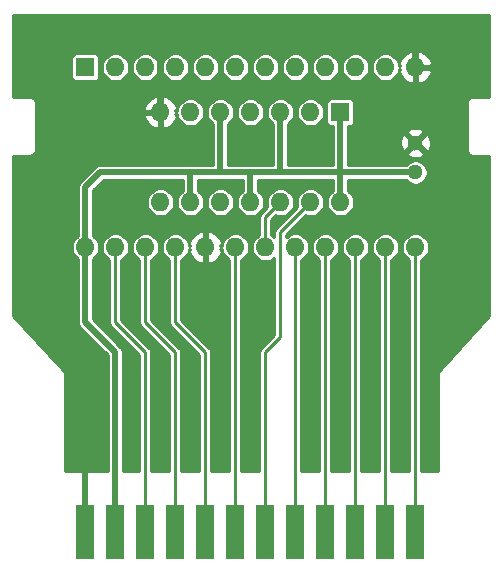
<source format=gbr>
%TF.GenerationSoftware,KiCad,Pcbnew,5.1.9+dfsg1-1+deb11u1*%
%TF.CreationDate,2022-09-21T22:02:56+02:00*%
%TF.ProjectId,outline+2600cart,6f75746c-696e-4652-9b32-363030636172,rev?*%
%TF.SameCoordinates,Original*%
%TF.FileFunction,Copper,L2,Bot*%
%TF.FilePolarity,Positive*%
%FSLAX46Y46*%
G04 Gerber Fmt 4.6, Leading zero omitted, Abs format (unit mm)*
G04 Created by KiCad (PCBNEW 5.1.9+dfsg1-1+deb11u1) date 2022-09-21 22:02:56*
%MOMM*%
%LPD*%
G01*
G04 APERTURE LIST*
%TA.AperFunction,ComponentPad*%
%ADD10R,1.600000X1.600000*%
%TD*%
%TA.AperFunction,ComponentPad*%
%ADD11O,1.600000X1.600000*%
%TD*%
%TA.AperFunction,ComponentPad*%
%ADD12O,1.300000X1.300000*%
%TD*%
%TA.AperFunction,ComponentPad*%
%ADD13C,1.300000*%
%TD*%
%TA.AperFunction,ConnectorPad*%
%ADD14R,1.524000X4.572000*%
%TD*%
%TA.AperFunction,Conductor*%
%ADD15C,0.500000*%
%TD*%
%TA.AperFunction,Conductor*%
%ADD16C,0.250000*%
%TD*%
%TA.AperFunction,Conductor*%
%ADD17C,0.254000*%
%TD*%
%TA.AperFunction,Conductor*%
%ADD18C,0.100000*%
%TD*%
G04 APERTURE END LIST*
D10*
%TO.P,U3,1*%
%TO.N,A7*%
X95504000Y-50800000D03*
D11*
%TO.P,U3,2*%
%TO.N,A6*%
X98044000Y-50800000D03*
%TO.P,U3,3*%
%TO.N,A5*%
X100584000Y-50800000D03*
%TO.P,U3,4*%
%TO.N,A4*%
X103124000Y-50800000D03*
%TO.P,U3,5*%
%TO.N,A3*%
X105664000Y-50800000D03*
%TO.P,U3,6*%
%TO.N,A2*%
X108204000Y-50800000D03*
%TO.P,U3,7*%
%TO.N,A1*%
X110744000Y-50800000D03*
%TO.P,U3,8*%
%TO.N,A0*%
X113284000Y-50800000D03*
%TO.P,U3,9*%
%TO.N,D0*%
X115824000Y-50800000D03*
%TO.P,U3,10*%
%TO.N,D1*%
X118364000Y-50800000D03*
%TO.P,U3,11*%
%TO.N,D2*%
X120904000Y-50800000D03*
%TO.P,U3,12*%
%TO.N,GND*%
X123444000Y-50800000D03*
%TO.P,U3,13*%
%TO.N,D3*%
X123444000Y-66040000D03*
%TO.P,U3,14*%
%TO.N,D4*%
X120904000Y-66040000D03*
%TO.P,U3,15*%
%TO.N,D5*%
X118364000Y-66040000D03*
%TO.P,U3,16*%
%TO.N,D6*%
X115824000Y-66040000D03*
%TO.P,U3,17*%
%TO.N,D7*%
X113284000Y-66040000D03*
%TO.P,U3,18*%
%TO.N,~ENABLE*%
X110744000Y-66040000D03*
%TO.P,U3,19*%
%TO.N,A10*%
X108204000Y-66040000D03*
%TO.P,U3,20*%
%TO.N,GND*%
X105664000Y-66040000D03*
%TO.P,U3,21*%
%TO.N,A11*%
X103124000Y-66040000D03*
%TO.P,U3,22*%
%TO.N,A9*%
X100584000Y-66040000D03*
%TO.P,U3,23*%
%TO.N,A8*%
X98044000Y-66040000D03*
%TO.P,U3,24*%
%TO.N,VCC*%
X95504000Y-66040000D03*
%TD*%
D12*
%TO.P,C1,1*%
%TO.N,VCC*%
X123444000Y-59690000D03*
D13*
%TO.P,C1,2*%
%TO.N,GND*%
X123444000Y-57190000D03*
%TD*%
D10*
%TO.P,U2,1*%
%TO.N,VCC*%
X117094000Y-54610000D03*
D11*
%TO.P,U2,2*%
%TO.N,N/C*%
X114554000Y-54610000D03*
%TO.P,U2,3*%
%TO.N,VCC*%
X112014000Y-54610000D03*
%TO.P,U2,4*%
%TO.N,N/C*%
X109474000Y-54610000D03*
%TO.P,U2,5*%
%TO.N,VCC*%
X106934000Y-54610000D03*
%TO.P,U2,6*%
%TO.N,N/C*%
X104394000Y-54610000D03*
%TO.P,U2,7*%
%TO.N,GND*%
X101854000Y-54610000D03*
%TO.P,U2,8*%
%TO.N,N/C*%
X101854000Y-62230000D03*
%TO.P,U2,9*%
%TO.N,VCC*%
X104394000Y-62230000D03*
%TO.P,U2,10*%
%TO.N,N/C*%
X106934000Y-62230000D03*
%TO.P,U2,11*%
%TO.N,VCC*%
X109474000Y-62230000D03*
%TO.P,U2,12*%
%TO.N,~ENABLE*%
X112014000Y-62230000D03*
%TO.P,U2,13*%
%TO.N,A12*%
X114554000Y-62230000D03*
%TO.P,U2,14*%
%TO.N,VCC*%
X117094000Y-62230000D03*
%TD*%
D14*
%TO.P,U1,24*%
%TO.N,GND*%
X95504000Y-90170000D03*
%TO.P,U1,23*%
%TO.N,VCC*%
X98044000Y-90170000D03*
%TO.P,U1,22*%
%TO.N,A8*%
X100584000Y-90170000D03*
%TO.P,U1,21*%
%TO.N,A9*%
X103124000Y-90170000D03*
%TO.P,U1,20*%
%TO.N,A11*%
X105664000Y-90170000D03*
%TO.P,U1,19*%
%TO.N,A10*%
X108204000Y-90170000D03*
%TO.P,U1,18*%
%TO.N,A12*%
X110744000Y-90170000D03*
%TO.P,U1,17*%
%TO.N,D7*%
X113284000Y-90170000D03*
%TO.P,U1,16*%
%TO.N,D6*%
X115824000Y-90170000D03*
%TO.P,U1,15*%
%TO.N,D5*%
X118364000Y-90170000D03*
%TO.P,U1,14*%
%TO.N,D4*%
X120904000Y-90170000D03*
%TO.P,U1,13*%
%TO.N,D3*%
X123444000Y-90170000D03*
%TD*%
D15*
%TO.N,VCC*%
X95504000Y-72390000D02*
X95504000Y-66040000D01*
X104394000Y-62230000D02*
X104394000Y-59690000D01*
X109474000Y-62230000D02*
X109474000Y-59690000D01*
X106934000Y-54610000D02*
X106934000Y-59690000D01*
X112014000Y-54610000D02*
X112014000Y-59690000D01*
X117094000Y-54610000D02*
X117094000Y-59690000D01*
X117094000Y-62230000D02*
X117094000Y-59690000D01*
X123444000Y-59690000D02*
X117094000Y-59690000D01*
X117094000Y-59690000D02*
X112014000Y-59690000D01*
X112014000Y-59690000D02*
X109474000Y-59690000D01*
X109474000Y-59690000D02*
X106934000Y-59690000D01*
X106934000Y-59690000D02*
X104394000Y-59690000D01*
X104394000Y-59690000D02*
X96774000Y-59690000D01*
X95504000Y-60960000D02*
X95504000Y-66040000D01*
X96774000Y-59690000D02*
X95504000Y-60960000D01*
X98044000Y-88900000D02*
X98044000Y-74930000D01*
X98044000Y-74930000D02*
X95504000Y-72390000D01*
%TO.N,GND*%
X95504000Y-88900000D02*
X95504000Y-74930000D01*
X94234000Y-48260000D02*
X101854000Y-48260000D01*
X92964000Y-49530000D02*
X94234000Y-48260000D01*
X92964000Y-72390000D02*
X92964000Y-49530000D01*
X95504000Y-74930000D02*
X92964000Y-72390000D01*
X101854000Y-48260000D02*
X122174000Y-48260000D01*
X122174000Y-48260000D02*
X123444000Y-49530000D01*
X123444000Y-49530000D02*
X123444000Y-50800000D01*
X101854000Y-48260000D02*
X101854000Y-54610000D01*
D16*
%TO.N,A12*%
X112014000Y-64770000D02*
X114554000Y-62230000D01*
X112014000Y-73660000D02*
X112014000Y-64770000D01*
X110744000Y-88900000D02*
X110744000Y-74930000D01*
X110744000Y-74930000D02*
X112014000Y-73660000D01*
%TO.N,~ENABLE*%
X112014000Y-62230000D02*
X110744000Y-63500000D01*
X110744000Y-63500000D02*
X110744000Y-66040000D01*
%TO.N,D3*%
X123444000Y-86360000D02*
X123444000Y-88900000D01*
X123444000Y-66040000D02*
X123444000Y-86360000D01*
%TO.N,D4*%
X120904000Y-88900000D02*
X120904000Y-66040000D01*
%TO.N,D5*%
X118364000Y-66040000D02*
X118364000Y-88900000D01*
%TO.N,D6*%
X115824000Y-66040000D02*
X115824000Y-88900000D01*
%TO.N,D7*%
X113284000Y-66040000D02*
X113284000Y-88900000D01*
%TO.N,A10*%
X108204000Y-66040000D02*
X108204000Y-88900000D01*
%TO.N,A11*%
X105664000Y-88900000D02*
X105664000Y-74930000D01*
X105664000Y-74930000D02*
X103124000Y-72390000D01*
X103124000Y-72390000D02*
X103124000Y-66040000D01*
%TO.N,A9*%
X103124000Y-88900000D02*
X103124000Y-74930000D01*
X103124000Y-74930000D02*
X100584000Y-72390000D01*
X100584000Y-72390000D02*
X100584000Y-66040000D01*
%TO.N,A8*%
X100584000Y-88900000D02*
X100584000Y-74930000D01*
X100584000Y-74930000D02*
X98044000Y-72390000D01*
X98044000Y-72390000D02*
X98044000Y-66040000D01*
%TD*%
D17*
%TO.N,GND*%
X129667000Y-53289200D02*
X128320347Y-53289200D01*
X128295400Y-53286743D01*
X128270453Y-53289200D01*
X128195815Y-53296551D01*
X128100057Y-53325599D01*
X128011805Y-53372771D01*
X127934452Y-53436252D01*
X127870971Y-53513605D01*
X127823799Y-53601857D01*
X127794751Y-53697615D01*
X127784943Y-53797200D01*
X127787401Y-53822157D01*
X127787400Y-57760053D01*
X127784943Y-57785000D01*
X127794751Y-57884585D01*
X127823799Y-57980343D01*
X127870971Y-58068595D01*
X127934452Y-58145948D01*
X128011805Y-58209429D01*
X128100057Y-58256601D01*
X128195815Y-58285649D01*
X128295400Y-58295457D01*
X128320347Y-58293000D01*
X129667001Y-58293000D01*
X129667000Y-71887951D01*
X125481233Y-76465370D01*
X125470653Y-76474052D01*
X125447547Y-76502207D01*
X125439875Y-76510597D01*
X125431710Y-76521505D01*
X125407172Y-76551405D01*
X125401786Y-76561482D01*
X125394932Y-76570638D01*
X125378229Y-76605553D01*
X125360000Y-76639657D01*
X125356683Y-76650593D01*
X125351748Y-76660908D01*
X125342181Y-76698398D01*
X125330952Y-76735415D01*
X125329832Y-76746792D01*
X125327005Y-76757868D01*
X125324935Y-76796509D01*
X125323601Y-76810053D01*
X125323601Y-76821409D01*
X125321652Y-76857790D01*
X125323601Y-76871342D01*
X125323600Y-84963000D01*
X123950000Y-84963000D01*
X123950000Y-67108712D01*
X124003413Y-67086588D01*
X124196843Y-66957342D01*
X124361342Y-66792843D01*
X124490588Y-66599413D01*
X124579614Y-66384485D01*
X124625000Y-66156318D01*
X124625000Y-65923682D01*
X124579614Y-65695515D01*
X124490588Y-65480587D01*
X124361342Y-65287157D01*
X124196843Y-65122658D01*
X124003413Y-64993412D01*
X123788485Y-64904386D01*
X123560318Y-64859000D01*
X123327682Y-64859000D01*
X123099515Y-64904386D01*
X122884587Y-64993412D01*
X122691157Y-65122658D01*
X122526658Y-65287157D01*
X122397412Y-65480587D01*
X122308386Y-65695515D01*
X122263000Y-65923682D01*
X122263000Y-66156318D01*
X122308386Y-66384485D01*
X122397412Y-66599413D01*
X122526658Y-66792843D01*
X122691157Y-66957342D01*
X122884587Y-67086588D01*
X122938000Y-67108712D01*
X122938001Y-84963000D01*
X121410000Y-84963000D01*
X121410000Y-67108712D01*
X121463413Y-67086588D01*
X121656843Y-66957342D01*
X121821342Y-66792843D01*
X121950588Y-66599413D01*
X122039614Y-66384485D01*
X122085000Y-66156318D01*
X122085000Y-65923682D01*
X122039614Y-65695515D01*
X121950588Y-65480587D01*
X121821342Y-65287157D01*
X121656843Y-65122658D01*
X121463413Y-64993412D01*
X121248485Y-64904386D01*
X121020318Y-64859000D01*
X120787682Y-64859000D01*
X120559515Y-64904386D01*
X120344587Y-64993412D01*
X120151157Y-65122658D01*
X119986658Y-65287157D01*
X119857412Y-65480587D01*
X119768386Y-65695515D01*
X119723000Y-65923682D01*
X119723000Y-66156318D01*
X119768386Y-66384485D01*
X119857412Y-66599413D01*
X119986658Y-66792843D01*
X120151157Y-66957342D01*
X120344587Y-67086588D01*
X120398001Y-67108713D01*
X120398000Y-84963000D01*
X118870000Y-84963000D01*
X118870000Y-67108712D01*
X118923413Y-67086588D01*
X119116843Y-66957342D01*
X119281342Y-66792843D01*
X119410588Y-66599413D01*
X119499614Y-66384485D01*
X119545000Y-66156318D01*
X119545000Y-65923682D01*
X119499614Y-65695515D01*
X119410588Y-65480587D01*
X119281342Y-65287157D01*
X119116843Y-65122658D01*
X118923413Y-64993412D01*
X118708485Y-64904386D01*
X118480318Y-64859000D01*
X118247682Y-64859000D01*
X118019515Y-64904386D01*
X117804587Y-64993412D01*
X117611157Y-65122658D01*
X117446658Y-65287157D01*
X117317412Y-65480587D01*
X117228386Y-65695515D01*
X117183000Y-65923682D01*
X117183000Y-66156318D01*
X117228386Y-66384485D01*
X117317412Y-66599413D01*
X117446658Y-66792843D01*
X117611157Y-66957342D01*
X117804587Y-67086588D01*
X117858000Y-67108712D01*
X117858001Y-84963000D01*
X116330000Y-84963000D01*
X116330000Y-67108712D01*
X116383413Y-67086588D01*
X116576843Y-66957342D01*
X116741342Y-66792843D01*
X116870588Y-66599413D01*
X116959614Y-66384485D01*
X117005000Y-66156318D01*
X117005000Y-65923682D01*
X116959614Y-65695515D01*
X116870588Y-65480587D01*
X116741342Y-65287157D01*
X116576843Y-65122658D01*
X116383413Y-64993412D01*
X116168485Y-64904386D01*
X115940318Y-64859000D01*
X115707682Y-64859000D01*
X115479515Y-64904386D01*
X115264587Y-64993412D01*
X115071157Y-65122658D01*
X114906658Y-65287157D01*
X114777412Y-65480587D01*
X114688386Y-65695515D01*
X114643000Y-65923682D01*
X114643000Y-66156318D01*
X114688386Y-66384485D01*
X114777412Y-66599413D01*
X114906658Y-66792843D01*
X115071157Y-66957342D01*
X115264587Y-67086588D01*
X115318000Y-67108712D01*
X115318001Y-84963000D01*
X113790000Y-84963000D01*
X113790000Y-67108712D01*
X113843413Y-67086588D01*
X114036843Y-66957342D01*
X114201342Y-66792843D01*
X114330588Y-66599413D01*
X114419614Y-66384485D01*
X114465000Y-66156318D01*
X114465000Y-65923682D01*
X114419614Y-65695515D01*
X114330588Y-65480587D01*
X114201342Y-65287157D01*
X114036843Y-65122658D01*
X113843413Y-64993412D01*
X113628485Y-64904386D01*
X113400318Y-64859000D01*
X113167682Y-64859000D01*
X112939515Y-64904386D01*
X112724587Y-64993412D01*
X112531157Y-65122658D01*
X112520000Y-65133815D01*
X112520000Y-64979591D01*
X114156102Y-63343490D01*
X114209515Y-63365614D01*
X114437682Y-63411000D01*
X114670318Y-63411000D01*
X114898485Y-63365614D01*
X115113413Y-63276588D01*
X115306843Y-63147342D01*
X115471342Y-62982843D01*
X115600588Y-62789413D01*
X115689614Y-62574485D01*
X115735000Y-62346318D01*
X115735000Y-62113682D01*
X115689614Y-61885515D01*
X115600588Y-61670587D01*
X115471342Y-61477157D01*
X115306843Y-61312658D01*
X115113413Y-61183412D01*
X114898485Y-61094386D01*
X114670318Y-61049000D01*
X114437682Y-61049000D01*
X114209515Y-61094386D01*
X113994587Y-61183412D01*
X113801157Y-61312658D01*
X113636658Y-61477157D01*
X113507412Y-61670587D01*
X113418386Y-61885515D01*
X113373000Y-62113682D01*
X113373000Y-62346318D01*
X113418386Y-62574485D01*
X113440510Y-62627898D01*
X111673781Y-64394628D01*
X111654474Y-64410473D01*
X111591242Y-64487521D01*
X111566127Y-64534508D01*
X111544255Y-64575426D01*
X111515322Y-64670808D01*
X111505553Y-64770000D01*
X111508001Y-64794856D01*
X111508001Y-65133816D01*
X111496843Y-65122658D01*
X111303413Y-64993412D01*
X111250000Y-64971288D01*
X111250000Y-63709591D01*
X111616102Y-63343490D01*
X111669515Y-63365614D01*
X111897682Y-63411000D01*
X112130318Y-63411000D01*
X112358485Y-63365614D01*
X112573413Y-63276588D01*
X112766843Y-63147342D01*
X112931342Y-62982843D01*
X113060588Y-62789413D01*
X113149614Y-62574485D01*
X113195000Y-62346318D01*
X113195000Y-62113682D01*
X113149614Y-61885515D01*
X113060588Y-61670587D01*
X112931342Y-61477157D01*
X112766843Y-61312658D01*
X112573413Y-61183412D01*
X112358485Y-61094386D01*
X112130318Y-61049000D01*
X111897682Y-61049000D01*
X111669515Y-61094386D01*
X111454587Y-61183412D01*
X111261157Y-61312658D01*
X111096658Y-61477157D01*
X110967412Y-61670587D01*
X110878386Y-61885515D01*
X110833000Y-62113682D01*
X110833000Y-62346318D01*
X110878386Y-62574485D01*
X110900510Y-62627898D01*
X110403785Y-63124624D01*
X110384473Y-63140473D01*
X110321241Y-63217521D01*
X110274255Y-63305426D01*
X110245322Y-63400808D01*
X110238000Y-63475147D01*
X110238000Y-63475154D01*
X110235553Y-63500000D01*
X110238000Y-63524846D01*
X110238001Y-64971287D01*
X110184587Y-64993412D01*
X109991157Y-65122658D01*
X109826658Y-65287157D01*
X109697412Y-65480587D01*
X109608386Y-65695515D01*
X109563000Y-65923682D01*
X109563000Y-66156318D01*
X109608386Y-66384485D01*
X109697412Y-66599413D01*
X109826658Y-66792843D01*
X109991157Y-66957342D01*
X110184587Y-67086588D01*
X110399515Y-67175614D01*
X110627682Y-67221000D01*
X110860318Y-67221000D01*
X111088485Y-67175614D01*
X111303413Y-67086588D01*
X111496843Y-66957342D01*
X111508001Y-66946184D01*
X111508000Y-73450408D01*
X110403780Y-74554629D01*
X110384474Y-74570473D01*
X110321242Y-74647521D01*
X110299949Y-74687358D01*
X110274255Y-74735426D01*
X110245322Y-74830808D01*
X110235553Y-74930000D01*
X110238001Y-74954856D01*
X110238000Y-84963000D01*
X108710000Y-84963000D01*
X108710000Y-67108712D01*
X108763413Y-67086588D01*
X108956843Y-66957342D01*
X109121342Y-66792843D01*
X109250588Y-66599413D01*
X109339614Y-66384485D01*
X109385000Y-66156318D01*
X109385000Y-65923682D01*
X109339614Y-65695515D01*
X109250588Y-65480587D01*
X109121342Y-65287157D01*
X108956843Y-65122658D01*
X108763413Y-64993412D01*
X108548485Y-64904386D01*
X108320318Y-64859000D01*
X108087682Y-64859000D01*
X107859515Y-64904386D01*
X107644587Y-64993412D01*
X107451157Y-65122658D01*
X107286658Y-65287157D01*
X107157412Y-65480587D01*
X107068386Y-65695515D01*
X107025125Y-65912998D01*
X106934625Y-65912998D01*
X107055909Y-65690960D01*
X106961070Y-65426119D01*
X106816385Y-65184869D01*
X106627414Y-64976481D01*
X106401420Y-64808963D01*
X106147087Y-64688754D01*
X106013039Y-64648096D01*
X105791000Y-64770085D01*
X105791000Y-65913000D01*
X105811000Y-65913000D01*
X105811000Y-66167000D01*
X105791000Y-66167000D01*
X105791000Y-67309915D01*
X106013039Y-67431904D01*
X106147087Y-67391246D01*
X106401420Y-67271037D01*
X106627414Y-67103519D01*
X106816385Y-66895131D01*
X106961070Y-66653881D01*
X107055909Y-66389040D01*
X106934625Y-66167002D01*
X107025125Y-66167002D01*
X107068386Y-66384485D01*
X107157412Y-66599413D01*
X107286658Y-66792843D01*
X107451157Y-66957342D01*
X107644587Y-67086588D01*
X107698000Y-67108712D01*
X107698001Y-84963000D01*
X106170000Y-84963000D01*
X106170000Y-74954845D01*
X106172447Y-74929999D01*
X106170000Y-74905153D01*
X106170000Y-74905146D01*
X106162678Y-74830807D01*
X106133745Y-74735425D01*
X106086759Y-74647521D01*
X106023527Y-74570473D01*
X106004220Y-74554628D01*
X103630000Y-72180409D01*
X103630000Y-67108712D01*
X103683413Y-67086588D01*
X103876843Y-66957342D01*
X104041342Y-66792843D01*
X104170588Y-66599413D01*
X104259614Y-66384485D01*
X104302875Y-66167002D01*
X104393375Y-66167002D01*
X104272091Y-66389040D01*
X104366930Y-66653881D01*
X104511615Y-66895131D01*
X104700586Y-67103519D01*
X104926580Y-67271037D01*
X105180913Y-67391246D01*
X105314961Y-67431904D01*
X105537000Y-67309915D01*
X105537000Y-66167000D01*
X105517000Y-66167000D01*
X105517000Y-65913000D01*
X105537000Y-65913000D01*
X105537000Y-64770085D01*
X105314961Y-64648096D01*
X105180913Y-64688754D01*
X104926580Y-64808963D01*
X104700586Y-64976481D01*
X104511615Y-65184869D01*
X104366930Y-65426119D01*
X104272091Y-65690960D01*
X104393375Y-65912998D01*
X104302875Y-65912998D01*
X104259614Y-65695515D01*
X104170588Y-65480587D01*
X104041342Y-65287157D01*
X103876843Y-65122658D01*
X103683413Y-64993412D01*
X103468485Y-64904386D01*
X103240318Y-64859000D01*
X103007682Y-64859000D01*
X102779515Y-64904386D01*
X102564587Y-64993412D01*
X102371157Y-65122658D01*
X102206658Y-65287157D01*
X102077412Y-65480587D01*
X101988386Y-65695515D01*
X101943000Y-65923682D01*
X101943000Y-66156318D01*
X101988386Y-66384485D01*
X102077412Y-66599413D01*
X102206658Y-66792843D01*
X102371157Y-66957342D01*
X102564587Y-67086588D01*
X102618001Y-67108713D01*
X102618000Y-72365154D01*
X102615553Y-72390000D01*
X102618000Y-72414846D01*
X102618000Y-72414853D01*
X102625322Y-72489192D01*
X102654255Y-72584574D01*
X102701241Y-72672479D01*
X102764473Y-72749527D01*
X102783785Y-72765376D01*
X105158001Y-75139593D01*
X105158000Y-84963000D01*
X103630000Y-84963000D01*
X103630000Y-74954845D01*
X103632447Y-74929999D01*
X103630000Y-74905153D01*
X103630000Y-74905146D01*
X103622678Y-74830807D01*
X103593745Y-74735425D01*
X103546759Y-74647521D01*
X103483527Y-74570473D01*
X103464220Y-74554628D01*
X101090000Y-72180409D01*
X101090000Y-67108712D01*
X101143413Y-67086588D01*
X101336843Y-66957342D01*
X101501342Y-66792843D01*
X101630588Y-66599413D01*
X101719614Y-66384485D01*
X101765000Y-66156318D01*
X101765000Y-65923682D01*
X101719614Y-65695515D01*
X101630588Y-65480587D01*
X101501342Y-65287157D01*
X101336843Y-65122658D01*
X101143413Y-64993412D01*
X100928485Y-64904386D01*
X100700318Y-64859000D01*
X100467682Y-64859000D01*
X100239515Y-64904386D01*
X100024587Y-64993412D01*
X99831157Y-65122658D01*
X99666658Y-65287157D01*
X99537412Y-65480587D01*
X99448386Y-65695515D01*
X99403000Y-65923682D01*
X99403000Y-66156318D01*
X99448386Y-66384485D01*
X99537412Y-66599413D01*
X99666658Y-66792843D01*
X99831157Y-66957342D01*
X100024587Y-67086588D01*
X100078001Y-67108713D01*
X100078000Y-72365154D01*
X100075553Y-72390000D01*
X100078000Y-72414846D01*
X100078000Y-72414853D01*
X100085322Y-72489192D01*
X100114255Y-72584574D01*
X100161241Y-72672479D01*
X100224473Y-72749527D01*
X100243785Y-72765376D01*
X102618001Y-75139593D01*
X102618000Y-84963000D01*
X101090000Y-84963000D01*
X101090000Y-74954845D01*
X101092447Y-74929999D01*
X101090000Y-74905153D01*
X101090000Y-74905146D01*
X101082678Y-74830807D01*
X101053745Y-74735425D01*
X101006759Y-74647521D01*
X100943527Y-74570473D01*
X100924220Y-74554628D01*
X98550000Y-72180409D01*
X98550000Y-67108712D01*
X98603413Y-67086588D01*
X98796843Y-66957342D01*
X98961342Y-66792843D01*
X99090588Y-66599413D01*
X99179614Y-66384485D01*
X99225000Y-66156318D01*
X99225000Y-65923682D01*
X99179614Y-65695515D01*
X99090588Y-65480587D01*
X98961342Y-65287157D01*
X98796843Y-65122658D01*
X98603413Y-64993412D01*
X98388485Y-64904386D01*
X98160318Y-64859000D01*
X97927682Y-64859000D01*
X97699515Y-64904386D01*
X97484587Y-64993412D01*
X97291157Y-65122658D01*
X97126658Y-65287157D01*
X96997412Y-65480587D01*
X96908386Y-65695515D01*
X96863000Y-65923682D01*
X96863000Y-66156318D01*
X96908386Y-66384485D01*
X96997412Y-66599413D01*
X97126658Y-66792843D01*
X97291157Y-66957342D01*
X97484587Y-67086588D01*
X97538001Y-67108713D01*
X97538000Y-72365154D01*
X97535553Y-72390000D01*
X97538000Y-72414846D01*
X97538000Y-72414853D01*
X97545322Y-72489192D01*
X97574255Y-72584574D01*
X97621241Y-72672479D01*
X97684473Y-72749527D01*
X97703785Y-72765376D01*
X100078001Y-75139593D01*
X100078000Y-84963000D01*
X98675000Y-84963000D01*
X98675000Y-74960987D01*
X98678052Y-74929999D01*
X98675000Y-74899011D01*
X98675000Y-74899002D01*
X98665870Y-74806302D01*
X98629789Y-74687358D01*
X98571196Y-74577739D01*
X98492343Y-74481657D01*
X98468263Y-74461895D01*
X96135000Y-72128632D01*
X96135000Y-67038755D01*
X96256843Y-66957342D01*
X96421342Y-66792843D01*
X96550588Y-66599413D01*
X96639614Y-66384485D01*
X96685000Y-66156318D01*
X96685000Y-65923682D01*
X96639614Y-65695515D01*
X96550588Y-65480587D01*
X96421342Y-65287157D01*
X96256843Y-65122658D01*
X96135000Y-65041245D01*
X96135000Y-62113682D01*
X100673000Y-62113682D01*
X100673000Y-62346318D01*
X100718386Y-62574485D01*
X100807412Y-62789413D01*
X100936658Y-62982843D01*
X101101157Y-63147342D01*
X101294587Y-63276588D01*
X101509515Y-63365614D01*
X101737682Y-63411000D01*
X101970318Y-63411000D01*
X102198485Y-63365614D01*
X102413413Y-63276588D01*
X102606843Y-63147342D01*
X102771342Y-62982843D01*
X102900588Y-62789413D01*
X102989614Y-62574485D01*
X103035000Y-62346318D01*
X103035000Y-62113682D01*
X102989614Y-61885515D01*
X102900588Y-61670587D01*
X102771342Y-61477157D01*
X102606843Y-61312658D01*
X102413413Y-61183412D01*
X102198485Y-61094386D01*
X101970318Y-61049000D01*
X101737682Y-61049000D01*
X101509515Y-61094386D01*
X101294587Y-61183412D01*
X101101157Y-61312658D01*
X100936658Y-61477157D01*
X100807412Y-61670587D01*
X100718386Y-61885515D01*
X100673000Y-62113682D01*
X96135000Y-62113682D01*
X96135000Y-61221368D01*
X97035369Y-60321000D01*
X103763001Y-60321000D01*
X103763000Y-61231245D01*
X103641157Y-61312658D01*
X103476658Y-61477157D01*
X103347412Y-61670587D01*
X103258386Y-61885515D01*
X103213000Y-62113682D01*
X103213000Y-62346318D01*
X103258386Y-62574485D01*
X103347412Y-62789413D01*
X103476658Y-62982843D01*
X103641157Y-63147342D01*
X103834587Y-63276588D01*
X104049515Y-63365614D01*
X104277682Y-63411000D01*
X104510318Y-63411000D01*
X104738485Y-63365614D01*
X104953413Y-63276588D01*
X105146843Y-63147342D01*
X105311342Y-62982843D01*
X105440588Y-62789413D01*
X105529614Y-62574485D01*
X105575000Y-62346318D01*
X105575000Y-62113682D01*
X105753000Y-62113682D01*
X105753000Y-62346318D01*
X105798386Y-62574485D01*
X105887412Y-62789413D01*
X106016658Y-62982843D01*
X106181157Y-63147342D01*
X106374587Y-63276588D01*
X106589515Y-63365614D01*
X106817682Y-63411000D01*
X107050318Y-63411000D01*
X107278485Y-63365614D01*
X107493413Y-63276588D01*
X107686843Y-63147342D01*
X107851342Y-62982843D01*
X107980588Y-62789413D01*
X108069614Y-62574485D01*
X108115000Y-62346318D01*
X108115000Y-62113682D01*
X108069614Y-61885515D01*
X107980588Y-61670587D01*
X107851342Y-61477157D01*
X107686843Y-61312658D01*
X107493413Y-61183412D01*
X107278485Y-61094386D01*
X107050318Y-61049000D01*
X106817682Y-61049000D01*
X106589515Y-61094386D01*
X106374587Y-61183412D01*
X106181157Y-61312658D01*
X106016658Y-61477157D01*
X105887412Y-61670587D01*
X105798386Y-61885515D01*
X105753000Y-62113682D01*
X105575000Y-62113682D01*
X105529614Y-61885515D01*
X105440588Y-61670587D01*
X105311342Y-61477157D01*
X105146843Y-61312658D01*
X105025000Y-61231245D01*
X105025000Y-60321000D01*
X106903002Y-60321000D01*
X106934000Y-60324053D01*
X106964998Y-60321000D01*
X108843001Y-60321000D01*
X108843000Y-61231245D01*
X108721157Y-61312658D01*
X108556658Y-61477157D01*
X108427412Y-61670587D01*
X108338386Y-61885515D01*
X108293000Y-62113682D01*
X108293000Y-62346318D01*
X108338386Y-62574485D01*
X108427412Y-62789413D01*
X108556658Y-62982843D01*
X108721157Y-63147342D01*
X108914587Y-63276588D01*
X109129515Y-63365614D01*
X109357682Y-63411000D01*
X109590318Y-63411000D01*
X109818485Y-63365614D01*
X110033413Y-63276588D01*
X110226843Y-63147342D01*
X110391342Y-62982843D01*
X110520588Y-62789413D01*
X110609614Y-62574485D01*
X110655000Y-62346318D01*
X110655000Y-62113682D01*
X110609614Y-61885515D01*
X110520588Y-61670587D01*
X110391342Y-61477157D01*
X110226843Y-61312658D01*
X110105000Y-61231245D01*
X110105000Y-60321000D01*
X111983002Y-60321000D01*
X112014000Y-60324053D01*
X112044998Y-60321000D01*
X116463001Y-60321000D01*
X116463000Y-61231245D01*
X116341157Y-61312658D01*
X116176658Y-61477157D01*
X116047412Y-61670587D01*
X115958386Y-61885515D01*
X115913000Y-62113682D01*
X115913000Y-62346318D01*
X115958386Y-62574485D01*
X116047412Y-62789413D01*
X116176658Y-62982843D01*
X116341157Y-63147342D01*
X116534587Y-63276588D01*
X116749515Y-63365614D01*
X116977682Y-63411000D01*
X117210318Y-63411000D01*
X117438485Y-63365614D01*
X117653413Y-63276588D01*
X117846843Y-63147342D01*
X118011342Y-62982843D01*
X118140588Y-62789413D01*
X118229614Y-62574485D01*
X118275000Y-62346318D01*
X118275000Y-62113682D01*
X118229614Y-61885515D01*
X118140588Y-61670587D01*
X118011342Y-61477157D01*
X117846843Y-61312658D01*
X117725000Y-61231245D01*
X117725000Y-60321000D01*
X122625648Y-60321000D01*
X122643170Y-60347224D01*
X122786776Y-60490830D01*
X122955638Y-60603661D01*
X123143268Y-60681380D01*
X123342455Y-60721000D01*
X123545545Y-60721000D01*
X123744732Y-60681380D01*
X123932362Y-60603661D01*
X124101224Y-60490830D01*
X124244830Y-60347224D01*
X124357661Y-60178362D01*
X124435380Y-59990732D01*
X124475000Y-59791545D01*
X124475000Y-59588455D01*
X124435380Y-59389268D01*
X124357661Y-59201638D01*
X124244830Y-59032776D01*
X124101224Y-58889170D01*
X123932362Y-58776339D01*
X123744732Y-58698620D01*
X123545545Y-58659000D01*
X123342455Y-58659000D01*
X123143268Y-58698620D01*
X122955638Y-58776339D01*
X122786776Y-58889170D01*
X122643170Y-59032776D01*
X122625648Y-59059000D01*
X117725000Y-59059000D01*
X117725000Y-58075527D01*
X122738078Y-58075527D01*
X122791466Y-58304201D01*
X123021374Y-58410095D01*
X123267524Y-58469102D01*
X123520455Y-58478952D01*
X123770449Y-58439270D01*
X124007896Y-58351578D01*
X124096534Y-58304201D01*
X124149922Y-58075527D01*
X123444000Y-57369605D01*
X122738078Y-58075527D01*
X117725000Y-58075527D01*
X117725000Y-57266455D01*
X122155048Y-57266455D01*
X122194730Y-57516449D01*
X122282422Y-57753896D01*
X122329799Y-57842534D01*
X122558473Y-57895922D01*
X123264395Y-57190000D01*
X123623605Y-57190000D01*
X124329527Y-57895922D01*
X124558201Y-57842534D01*
X124664095Y-57612626D01*
X124723102Y-57366476D01*
X124732952Y-57113545D01*
X124693270Y-56863551D01*
X124605578Y-56626104D01*
X124558201Y-56537466D01*
X124329527Y-56484078D01*
X123623605Y-57190000D01*
X123264395Y-57190000D01*
X122558473Y-56484078D01*
X122329799Y-56537466D01*
X122223905Y-56767374D01*
X122164898Y-57013524D01*
X122155048Y-57266455D01*
X117725000Y-57266455D01*
X117725000Y-56304473D01*
X122738078Y-56304473D01*
X123444000Y-57010395D01*
X124149922Y-56304473D01*
X124096534Y-56075799D01*
X123866626Y-55969905D01*
X123620476Y-55910898D01*
X123367545Y-55901048D01*
X123117551Y-55940730D01*
X122880104Y-56028422D01*
X122791466Y-56075799D01*
X122738078Y-56304473D01*
X117725000Y-56304473D01*
X117725000Y-55792843D01*
X117894000Y-55792843D01*
X117968689Y-55785487D01*
X118040508Y-55763701D01*
X118106696Y-55728322D01*
X118164711Y-55680711D01*
X118212322Y-55622696D01*
X118247701Y-55556508D01*
X118269487Y-55484689D01*
X118276843Y-55410000D01*
X118276843Y-53810000D01*
X118269487Y-53735311D01*
X118247701Y-53663492D01*
X118212322Y-53597304D01*
X118164711Y-53539289D01*
X118106696Y-53491678D01*
X118040508Y-53456299D01*
X117968689Y-53434513D01*
X117894000Y-53427157D01*
X116294000Y-53427157D01*
X116219311Y-53434513D01*
X116147492Y-53456299D01*
X116081304Y-53491678D01*
X116023289Y-53539289D01*
X115975678Y-53597304D01*
X115940299Y-53663492D01*
X115918513Y-53735311D01*
X115911157Y-53810000D01*
X115911157Y-55410000D01*
X115918513Y-55484689D01*
X115940299Y-55556508D01*
X115975678Y-55622696D01*
X116023289Y-55680711D01*
X116081304Y-55728322D01*
X116147492Y-55763701D01*
X116219311Y-55785487D01*
X116294000Y-55792843D01*
X116463000Y-55792843D01*
X116463001Y-59059000D01*
X112645000Y-59059000D01*
X112645000Y-55608755D01*
X112766843Y-55527342D01*
X112931342Y-55362843D01*
X113060588Y-55169413D01*
X113149614Y-54954485D01*
X113195000Y-54726318D01*
X113195000Y-54493682D01*
X113373000Y-54493682D01*
X113373000Y-54726318D01*
X113418386Y-54954485D01*
X113507412Y-55169413D01*
X113636658Y-55362843D01*
X113801157Y-55527342D01*
X113994587Y-55656588D01*
X114209515Y-55745614D01*
X114437682Y-55791000D01*
X114670318Y-55791000D01*
X114898485Y-55745614D01*
X115113413Y-55656588D01*
X115306843Y-55527342D01*
X115471342Y-55362843D01*
X115600588Y-55169413D01*
X115689614Y-54954485D01*
X115735000Y-54726318D01*
X115735000Y-54493682D01*
X115689614Y-54265515D01*
X115600588Y-54050587D01*
X115471342Y-53857157D01*
X115306843Y-53692658D01*
X115113413Y-53563412D01*
X114898485Y-53474386D01*
X114670318Y-53429000D01*
X114437682Y-53429000D01*
X114209515Y-53474386D01*
X113994587Y-53563412D01*
X113801157Y-53692658D01*
X113636658Y-53857157D01*
X113507412Y-54050587D01*
X113418386Y-54265515D01*
X113373000Y-54493682D01*
X113195000Y-54493682D01*
X113149614Y-54265515D01*
X113060588Y-54050587D01*
X112931342Y-53857157D01*
X112766843Y-53692658D01*
X112573413Y-53563412D01*
X112358485Y-53474386D01*
X112130318Y-53429000D01*
X111897682Y-53429000D01*
X111669515Y-53474386D01*
X111454587Y-53563412D01*
X111261157Y-53692658D01*
X111096658Y-53857157D01*
X110967412Y-54050587D01*
X110878386Y-54265515D01*
X110833000Y-54493682D01*
X110833000Y-54726318D01*
X110878386Y-54954485D01*
X110967412Y-55169413D01*
X111096658Y-55362843D01*
X111261157Y-55527342D01*
X111383000Y-55608755D01*
X111383001Y-59059000D01*
X109504998Y-59059000D01*
X109474000Y-59055947D01*
X109443002Y-59059000D01*
X107565000Y-59059000D01*
X107565000Y-55608755D01*
X107686843Y-55527342D01*
X107851342Y-55362843D01*
X107980588Y-55169413D01*
X108069614Y-54954485D01*
X108115000Y-54726318D01*
X108115000Y-54493682D01*
X108293000Y-54493682D01*
X108293000Y-54726318D01*
X108338386Y-54954485D01*
X108427412Y-55169413D01*
X108556658Y-55362843D01*
X108721157Y-55527342D01*
X108914587Y-55656588D01*
X109129515Y-55745614D01*
X109357682Y-55791000D01*
X109590318Y-55791000D01*
X109818485Y-55745614D01*
X110033413Y-55656588D01*
X110226843Y-55527342D01*
X110391342Y-55362843D01*
X110520588Y-55169413D01*
X110609614Y-54954485D01*
X110655000Y-54726318D01*
X110655000Y-54493682D01*
X110609614Y-54265515D01*
X110520588Y-54050587D01*
X110391342Y-53857157D01*
X110226843Y-53692658D01*
X110033413Y-53563412D01*
X109818485Y-53474386D01*
X109590318Y-53429000D01*
X109357682Y-53429000D01*
X109129515Y-53474386D01*
X108914587Y-53563412D01*
X108721157Y-53692658D01*
X108556658Y-53857157D01*
X108427412Y-54050587D01*
X108338386Y-54265515D01*
X108293000Y-54493682D01*
X108115000Y-54493682D01*
X108069614Y-54265515D01*
X107980588Y-54050587D01*
X107851342Y-53857157D01*
X107686843Y-53692658D01*
X107493413Y-53563412D01*
X107278485Y-53474386D01*
X107050318Y-53429000D01*
X106817682Y-53429000D01*
X106589515Y-53474386D01*
X106374587Y-53563412D01*
X106181157Y-53692658D01*
X106016658Y-53857157D01*
X105887412Y-54050587D01*
X105798386Y-54265515D01*
X105753000Y-54493682D01*
X105753000Y-54726318D01*
X105798386Y-54954485D01*
X105887412Y-55169413D01*
X106016658Y-55362843D01*
X106181157Y-55527342D01*
X106303000Y-55608755D01*
X106303001Y-59059000D01*
X104424998Y-59059000D01*
X104394000Y-59055947D01*
X104363002Y-59059000D01*
X96804987Y-59059000D01*
X96773999Y-59055948D01*
X96743011Y-59059000D01*
X96743002Y-59059000D01*
X96650302Y-59068130D01*
X96531358Y-59104211D01*
X96421739Y-59162804D01*
X96325657Y-59241657D01*
X96305899Y-59265732D01*
X95079737Y-60491895D01*
X95055657Y-60511657D01*
X94976804Y-60607740D01*
X94918211Y-60717359D01*
X94882130Y-60836303D01*
X94873000Y-60929003D01*
X94873000Y-60929010D01*
X94869948Y-60960000D01*
X94873000Y-60990990D01*
X94873001Y-65041244D01*
X94751157Y-65122658D01*
X94586658Y-65287157D01*
X94457412Y-65480587D01*
X94368386Y-65695515D01*
X94323000Y-65923682D01*
X94323000Y-66156318D01*
X94368386Y-66384485D01*
X94457412Y-66599413D01*
X94586658Y-66792843D01*
X94751157Y-66957342D01*
X94873001Y-67038756D01*
X94873000Y-72359010D01*
X94869948Y-72390000D01*
X94873000Y-72420990D01*
X94873000Y-72420997D01*
X94882130Y-72513697D01*
X94918211Y-72632641D01*
X94976804Y-72742260D01*
X95055657Y-72838343D01*
X95079737Y-72858105D01*
X97413001Y-75191369D01*
X97413000Y-84963000D01*
X93802200Y-84963000D01*
X93802200Y-76869859D01*
X93804272Y-76854836D01*
X93802200Y-76819945D01*
X93802200Y-76810053D01*
X93800720Y-76795031D01*
X93798340Y-76754945D01*
X93795825Y-76745321D01*
X93794849Y-76735415D01*
X93783188Y-76696974D01*
X93773035Y-76658129D01*
X93768689Y-76649179D01*
X93765801Y-76639657D01*
X93746872Y-76604243D01*
X93729329Y-76568112D01*
X93723319Y-76560179D01*
X93718629Y-76551405D01*
X93693153Y-76520362D01*
X93684039Y-76508332D01*
X93677321Y-76501071D01*
X93655148Y-76474052D01*
X93643425Y-76464431D01*
X89408000Y-71886256D01*
X89408000Y-58293000D01*
X90754653Y-58293000D01*
X90779600Y-58295457D01*
X90804547Y-58293000D01*
X90879185Y-58285649D01*
X90974943Y-58256601D01*
X91063195Y-58209429D01*
X91140548Y-58145948D01*
X91204029Y-58068595D01*
X91251201Y-57980343D01*
X91280249Y-57884585D01*
X91290057Y-57785000D01*
X91287600Y-57760053D01*
X91287600Y-54959040D01*
X100462091Y-54959040D01*
X100556930Y-55223881D01*
X100701615Y-55465131D01*
X100890586Y-55673519D01*
X101116580Y-55841037D01*
X101370913Y-55961246D01*
X101504961Y-56001904D01*
X101727000Y-55879915D01*
X101727000Y-54737000D01*
X100583376Y-54737000D01*
X100462091Y-54959040D01*
X91287600Y-54959040D01*
X91287600Y-54260960D01*
X100462091Y-54260960D01*
X100583376Y-54483000D01*
X101727000Y-54483000D01*
X101727000Y-53340085D01*
X101981000Y-53340085D01*
X101981000Y-54483000D01*
X102001000Y-54483000D01*
X102001000Y-54737000D01*
X101981000Y-54737000D01*
X101981000Y-55879915D01*
X102203039Y-56001904D01*
X102337087Y-55961246D01*
X102591420Y-55841037D01*
X102817414Y-55673519D01*
X103006385Y-55465131D01*
X103151070Y-55223881D01*
X103245909Y-54959040D01*
X103124625Y-54737002D01*
X103215125Y-54737002D01*
X103258386Y-54954485D01*
X103347412Y-55169413D01*
X103476658Y-55362843D01*
X103641157Y-55527342D01*
X103834587Y-55656588D01*
X104049515Y-55745614D01*
X104277682Y-55791000D01*
X104510318Y-55791000D01*
X104738485Y-55745614D01*
X104953413Y-55656588D01*
X105146843Y-55527342D01*
X105311342Y-55362843D01*
X105440588Y-55169413D01*
X105529614Y-54954485D01*
X105575000Y-54726318D01*
X105575000Y-54493682D01*
X105529614Y-54265515D01*
X105440588Y-54050587D01*
X105311342Y-53857157D01*
X105146843Y-53692658D01*
X104953413Y-53563412D01*
X104738485Y-53474386D01*
X104510318Y-53429000D01*
X104277682Y-53429000D01*
X104049515Y-53474386D01*
X103834587Y-53563412D01*
X103641157Y-53692658D01*
X103476658Y-53857157D01*
X103347412Y-54050587D01*
X103258386Y-54265515D01*
X103215125Y-54482998D01*
X103124625Y-54482998D01*
X103245909Y-54260960D01*
X103151070Y-53996119D01*
X103006385Y-53754869D01*
X102817414Y-53546481D01*
X102591420Y-53378963D01*
X102337087Y-53258754D01*
X102203039Y-53218096D01*
X101981000Y-53340085D01*
X101727000Y-53340085D01*
X101504961Y-53218096D01*
X101370913Y-53258754D01*
X101116580Y-53378963D01*
X100890586Y-53546481D01*
X100701615Y-53754869D01*
X100556930Y-53996119D01*
X100462091Y-54260960D01*
X91287600Y-54260960D01*
X91287600Y-53822146D01*
X91290057Y-53797200D01*
X91280249Y-53697615D01*
X91251201Y-53601857D01*
X91204029Y-53513605D01*
X91140548Y-53436252D01*
X91063195Y-53372771D01*
X90974943Y-53325599D01*
X90879185Y-53296551D01*
X90804547Y-53289200D01*
X90779600Y-53286743D01*
X90754653Y-53289200D01*
X89408000Y-53289200D01*
X89408000Y-50000000D01*
X94321157Y-50000000D01*
X94321157Y-51600000D01*
X94328513Y-51674689D01*
X94350299Y-51746508D01*
X94385678Y-51812696D01*
X94433289Y-51870711D01*
X94491304Y-51918322D01*
X94557492Y-51953701D01*
X94629311Y-51975487D01*
X94704000Y-51982843D01*
X96304000Y-51982843D01*
X96378689Y-51975487D01*
X96450508Y-51953701D01*
X96516696Y-51918322D01*
X96574711Y-51870711D01*
X96622322Y-51812696D01*
X96657701Y-51746508D01*
X96679487Y-51674689D01*
X96686843Y-51600000D01*
X96686843Y-50683682D01*
X96863000Y-50683682D01*
X96863000Y-50916318D01*
X96908386Y-51144485D01*
X96997412Y-51359413D01*
X97126658Y-51552843D01*
X97291157Y-51717342D01*
X97484587Y-51846588D01*
X97699515Y-51935614D01*
X97927682Y-51981000D01*
X98160318Y-51981000D01*
X98388485Y-51935614D01*
X98603413Y-51846588D01*
X98796843Y-51717342D01*
X98961342Y-51552843D01*
X99090588Y-51359413D01*
X99179614Y-51144485D01*
X99225000Y-50916318D01*
X99225000Y-50683682D01*
X99403000Y-50683682D01*
X99403000Y-50916318D01*
X99448386Y-51144485D01*
X99537412Y-51359413D01*
X99666658Y-51552843D01*
X99831157Y-51717342D01*
X100024587Y-51846588D01*
X100239515Y-51935614D01*
X100467682Y-51981000D01*
X100700318Y-51981000D01*
X100928485Y-51935614D01*
X101143413Y-51846588D01*
X101336843Y-51717342D01*
X101501342Y-51552843D01*
X101630588Y-51359413D01*
X101719614Y-51144485D01*
X101765000Y-50916318D01*
X101765000Y-50683682D01*
X101943000Y-50683682D01*
X101943000Y-50916318D01*
X101988386Y-51144485D01*
X102077412Y-51359413D01*
X102206658Y-51552843D01*
X102371157Y-51717342D01*
X102564587Y-51846588D01*
X102779515Y-51935614D01*
X103007682Y-51981000D01*
X103240318Y-51981000D01*
X103468485Y-51935614D01*
X103683413Y-51846588D01*
X103876843Y-51717342D01*
X104041342Y-51552843D01*
X104170588Y-51359413D01*
X104259614Y-51144485D01*
X104305000Y-50916318D01*
X104305000Y-50683682D01*
X104483000Y-50683682D01*
X104483000Y-50916318D01*
X104528386Y-51144485D01*
X104617412Y-51359413D01*
X104746658Y-51552843D01*
X104911157Y-51717342D01*
X105104587Y-51846588D01*
X105319515Y-51935614D01*
X105547682Y-51981000D01*
X105780318Y-51981000D01*
X106008485Y-51935614D01*
X106223413Y-51846588D01*
X106416843Y-51717342D01*
X106581342Y-51552843D01*
X106710588Y-51359413D01*
X106799614Y-51144485D01*
X106845000Y-50916318D01*
X106845000Y-50683682D01*
X107023000Y-50683682D01*
X107023000Y-50916318D01*
X107068386Y-51144485D01*
X107157412Y-51359413D01*
X107286658Y-51552843D01*
X107451157Y-51717342D01*
X107644587Y-51846588D01*
X107859515Y-51935614D01*
X108087682Y-51981000D01*
X108320318Y-51981000D01*
X108548485Y-51935614D01*
X108763413Y-51846588D01*
X108956843Y-51717342D01*
X109121342Y-51552843D01*
X109250588Y-51359413D01*
X109339614Y-51144485D01*
X109385000Y-50916318D01*
X109385000Y-50683682D01*
X109563000Y-50683682D01*
X109563000Y-50916318D01*
X109608386Y-51144485D01*
X109697412Y-51359413D01*
X109826658Y-51552843D01*
X109991157Y-51717342D01*
X110184587Y-51846588D01*
X110399515Y-51935614D01*
X110627682Y-51981000D01*
X110860318Y-51981000D01*
X111088485Y-51935614D01*
X111303413Y-51846588D01*
X111496843Y-51717342D01*
X111661342Y-51552843D01*
X111790588Y-51359413D01*
X111879614Y-51144485D01*
X111925000Y-50916318D01*
X111925000Y-50683682D01*
X112103000Y-50683682D01*
X112103000Y-50916318D01*
X112148386Y-51144485D01*
X112237412Y-51359413D01*
X112366658Y-51552843D01*
X112531157Y-51717342D01*
X112724587Y-51846588D01*
X112939515Y-51935614D01*
X113167682Y-51981000D01*
X113400318Y-51981000D01*
X113628485Y-51935614D01*
X113843413Y-51846588D01*
X114036843Y-51717342D01*
X114201342Y-51552843D01*
X114330588Y-51359413D01*
X114419614Y-51144485D01*
X114465000Y-50916318D01*
X114465000Y-50683682D01*
X114643000Y-50683682D01*
X114643000Y-50916318D01*
X114688386Y-51144485D01*
X114777412Y-51359413D01*
X114906658Y-51552843D01*
X115071157Y-51717342D01*
X115264587Y-51846588D01*
X115479515Y-51935614D01*
X115707682Y-51981000D01*
X115940318Y-51981000D01*
X116168485Y-51935614D01*
X116383413Y-51846588D01*
X116576843Y-51717342D01*
X116741342Y-51552843D01*
X116870588Y-51359413D01*
X116959614Y-51144485D01*
X117005000Y-50916318D01*
X117005000Y-50683682D01*
X117183000Y-50683682D01*
X117183000Y-50916318D01*
X117228386Y-51144485D01*
X117317412Y-51359413D01*
X117446658Y-51552843D01*
X117611157Y-51717342D01*
X117804587Y-51846588D01*
X118019515Y-51935614D01*
X118247682Y-51981000D01*
X118480318Y-51981000D01*
X118708485Y-51935614D01*
X118923413Y-51846588D01*
X119116843Y-51717342D01*
X119281342Y-51552843D01*
X119410588Y-51359413D01*
X119499614Y-51144485D01*
X119545000Y-50916318D01*
X119545000Y-50683682D01*
X119723000Y-50683682D01*
X119723000Y-50916318D01*
X119768386Y-51144485D01*
X119857412Y-51359413D01*
X119986658Y-51552843D01*
X120151157Y-51717342D01*
X120344587Y-51846588D01*
X120559515Y-51935614D01*
X120787682Y-51981000D01*
X121020318Y-51981000D01*
X121248485Y-51935614D01*
X121463413Y-51846588D01*
X121656843Y-51717342D01*
X121821342Y-51552843D01*
X121950588Y-51359413D01*
X122039614Y-51144485D01*
X122082875Y-50927002D01*
X122173375Y-50927002D01*
X122052091Y-51149040D01*
X122146930Y-51413881D01*
X122291615Y-51655131D01*
X122480586Y-51863519D01*
X122706580Y-52031037D01*
X122960913Y-52151246D01*
X123094961Y-52191904D01*
X123317000Y-52069915D01*
X123317000Y-50927000D01*
X123571000Y-50927000D01*
X123571000Y-52069915D01*
X123793039Y-52191904D01*
X123927087Y-52151246D01*
X124181420Y-52031037D01*
X124407414Y-51863519D01*
X124596385Y-51655131D01*
X124741070Y-51413881D01*
X124835909Y-51149040D01*
X124714624Y-50927000D01*
X123571000Y-50927000D01*
X123317000Y-50927000D01*
X123297000Y-50927000D01*
X123297000Y-50673000D01*
X123317000Y-50673000D01*
X123317000Y-49530085D01*
X123571000Y-49530085D01*
X123571000Y-50673000D01*
X124714624Y-50673000D01*
X124835909Y-50450960D01*
X124741070Y-50186119D01*
X124596385Y-49944869D01*
X124407414Y-49736481D01*
X124181420Y-49568963D01*
X123927087Y-49448754D01*
X123793039Y-49408096D01*
X123571000Y-49530085D01*
X123317000Y-49530085D01*
X123094961Y-49408096D01*
X122960913Y-49448754D01*
X122706580Y-49568963D01*
X122480586Y-49736481D01*
X122291615Y-49944869D01*
X122146930Y-50186119D01*
X122052091Y-50450960D01*
X122173375Y-50672998D01*
X122082875Y-50672998D01*
X122039614Y-50455515D01*
X121950588Y-50240587D01*
X121821342Y-50047157D01*
X121656843Y-49882658D01*
X121463413Y-49753412D01*
X121248485Y-49664386D01*
X121020318Y-49619000D01*
X120787682Y-49619000D01*
X120559515Y-49664386D01*
X120344587Y-49753412D01*
X120151157Y-49882658D01*
X119986658Y-50047157D01*
X119857412Y-50240587D01*
X119768386Y-50455515D01*
X119723000Y-50683682D01*
X119545000Y-50683682D01*
X119499614Y-50455515D01*
X119410588Y-50240587D01*
X119281342Y-50047157D01*
X119116843Y-49882658D01*
X118923413Y-49753412D01*
X118708485Y-49664386D01*
X118480318Y-49619000D01*
X118247682Y-49619000D01*
X118019515Y-49664386D01*
X117804587Y-49753412D01*
X117611157Y-49882658D01*
X117446658Y-50047157D01*
X117317412Y-50240587D01*
X117228386Y-50455515D01*
X117183000Y-50683682D01*
X117005000Y-50683682D01*
X116959614Y-50455515D01*
X116870588Y-50240587D01*
X116741342Y-50047157D01*
X116576843Y-49882658D01*
X116383413Y-49753412D01*
X116168485Y-49664386D01*
X115940318Y-49619000D01*
X115707682Y-49619000D01*
X115479515Y-49664386D01*
X115264587Y-49753412D01*
X115071157Y-49882658D01*
X114906658Y-50047157D01*
X114777412Y-50240587D01*
X114688386Y-50455515D01*
X114643000Y-50683682D01*
X114465000Y-50683682D01*
X114419614Y-50455515D01*
X114330588Y-50240587D01*
X114201342Y-50047157D01*
X114036843Y-49882658D01*
X113843413Y-49753412D01*
X113628485Y-49664386D01*
X113400318Y-49619000D01*
X113167682Y-49619000D01*
X112939515Y-49664386D01*
X112724587Y-49753412D01*
X112531157Y-49882658D01*
X112366658Y-50047157D01*
X112237412Y-50240587D01*
X112148386Y-50455515D01*
X112103000Y-50683682D01*
X111925000Y-50683682D01*
X111879614Y-50455515D01*
X111790588Y-50240587D01*
X111661342Y-50047157D01*
X111496843Y-49882658D01*
X111303413Y-49753412D01*
X111088485Y-49664386D01*
X110860318Y-49619000D01*
X110627682Y-49619000D01*
X110399515Y-49664386D01*
X110184587Y-49753412D01*
X109991157Y-49882658D01*
X109826658Y-50047157D01*
X109697412Y-50240587D01*
X109608386Y-50455515D01*
X109563000Y-50683682D01*
X109385000Y-50683682D01*
X109339614Y-50455515D01*
X109250588Y-50240587D01*
X109121342Y-50047157D01*
X108956843Y-49882658D01*
X108763413Y-49753412D01*
X108548485Y-49664386D01*
X108320318Y-49619000D01*
X108087682Y-49619000D01*
X107859515Y-49664386D01*
X107644587Y-49753412D01*
X107451157Y-49882658D01*
X107286658Y-50047157D01*
X107157412Y-50240587D01*
X107068386Y-50455515D01*
X107023000Y-50683682D01*
X106845000Y-50683682D01*
X106799614Y-50455515D01*
X106710588Y-50240587D01*
X106581342Y-50047157D01*
X106416843Y-49882658D01*
X106223413Y-49753412D01*
X106008485Y-49664386D01*
X105780318Y-49619000D01*
X105547682Y-49619000D01*
X105319515Y-49664386D01*
X105104587Y-49753412D01*
X104911157Y-49882658D01*
X104746658Y-50047157D01*
X104617412Y-50240587D01*
X104528386Y-50455515D01*
X104483000Y-50683682D01*
X104305000Y-50683682D01*
X104259614Y-50455515D01*
X104170588Y-50240587D01*
X104041342Y-50047157D01*
X103876843Y-49882658D01*
X103683413Y-49753412D01*
X103468485Y-49664386D01*
X103240318Y-49619000D01*
X103007682Y-49619000D01*
X102779515Y-49664386D01*
X102564587Y-49753412D01*
X102371157Y-49882658D01*
X102206658Y-50047157D01*
X102077412Y-50240587D01*
X101988386Y-50455515D01*
X101943000Y-50683682D01*
X101765000Y-50683682D01*
X101719614Y-50455515D01*
X101630588Y-50240587D01*
X101501342Y-50047157D01*
X101336843Y-49882658D01*
X101143413Y-49753412D01*
X100928485Y-49664386D01*
X100700318Y-49619000D01*
X100467682Y-49619000D01*
X100239515Y-49664386D01*
X100024587Y-49753412D01*
X99831157Y-49882658D01*
X99666658Y-50047157D01*
X99537412Y-50240587D01*
X99448386Y-50455515D01*
X99403000Y-50683682D01*
X99225000Y-50683682D01*
X99179614Y-50455515D01*
X99090588Y-50240587D01*
X98961342Y-50047157D01*
X98796843Y-49882658D01*
X98603413Y-49753412D01*
X98388485Y-49664386D01*
X98160318Y-49619000D01*
X97927682Y-49619000D01*
X97699515Y-49664386D01*
X97484587Y-49753412D01*
X97291157Y-49882658D01*
X97126658Y-50047157D01*
X96997412Y-50240587D01*
X96908386Y-50455515D01*
X96863000Y-50683682D01*
X96686843Y-50683682D01*
X96686843Y-50000000D01*
X96679487Y-49925311D01*
X96657701Y-49853492D01*
X96622322Y-49787304D01*
X96574711Y-49729289D01*
X96516696Y-49681678D01*
X96450508Y-49646299D01*
X96378689Y-49624513D01*
X96304000Y-49617157D01*
X94704000Y-49617157D01*
X94629311Y-49624513D01*
X94557492Y-49646299D01*
X94491304Y-49681678D01*
X94433289Y-49729289D01*
X94385678Y-49787304D01*
X94350299Y-49853492D01*
X94328513Y-49925311D01*
X94321157Y-50000000D01*
X89408000Y-50000000D01*
X89408000Y-46355000D01*
X129667001Y-46355000D01*
X129667000Y-53289200D01*
%TA.AperFunction,Conductor*%
D18*
G36*
X129667000Y-53289200D02*
G01*
X128320347Y-53289200D01*
X128295400Y-53286743D01*
X128270453Y-53289200D01*
X128195815Y-53296551D01*
X128100057Y-53325599D01*
X128011805Y-53372771D01*
X127934452Y-53436252D01*
X127870971Y-53513605D01*
X127823799Y-53601857D01*
X127794751Y-53697615D01*
X127784943Y-53797200D01*
X127787401Y-53822157D01*
X127787400Y-57760053D01*
X127784943Y-57785000D01*
X127794751Y-57884585D01*
X127823799Y-57980343D01*
X127870971Y-58068595D01*
X127934452Y-58145948D01*
X128011805Y-58209429D01*
X128100057Y-58256601D01*
X128195815Y-58285649D01*
X128295400Y-58295457D01*
X128320347Y-58293000D01*
X129667001Y-58293000D01*
X129667000Y-71887951D01*
X125481233Y-76465370D01*
X125470653Y-76474052D01*
X125447547Y-76502207D01*
X125439875Y-76510597D01*
X125431710Y-76521505D01*
X125407172Y-76551405D01*
X125401786Y-76561482D01*
X125394932Y-76570638D01*
X125378229Y-76605553D01*
X125360000Y-76639657D01*
X125356683Y-76650593D01*
X125351748Y-76660908D01*
X125342181Y-76698398D01*
X125330952Y-76735415D01*
X125329832Y-76746792D01*
X125327005Y-76757868D01*
X125324935Y-76796509D01*
X125323601Y-76810053D01*
X125323601Y-76821409D01*
X125321652Y-76857790D01*
X125323601Y-76871342D01*
X125323600Y-84963000D01*
X123950000Y-84963000D01*
X123950000Y-67108712D01*
X124003413Y-67086588D01*
X124196843Y-66957342D01*
X124361342Y-66792843D01*
X124490588Y-66599413D01*
X124579614Y-66384485D01*
X124625000Y-66156318D01*
X124625000Y-65923682D01*
X124579614Y-65695515D01*
X124490588Y-65480587D01*
X124361342Y-65287157D01*
X124196843Y-65122658D01*
X124003413Y-64993412D01*
X123788485Y-64904386D01*
X123560318Y-64859000D01*
X123327682Y-64859000D01*
X123099515Y-64904386D01*
X122884587Y-64993412D01*
X122691157Y-65122658D01*
X122526658Y-65287157D01*
X122397412Y-65480587D01*
X122308386Y-65695515D01*
X122263000Y-65923682D01*
X122263000Y-66156318D01*
X122308386Y-66384485D01*
X122397412Y-66599413D01*
X122526658Y-66792843D01*
X122691157Y-66957342D01*
X122884587Y-67086588D01*
X122938000Y-67108712D01*
X122938001Y-84963000D01*
X121410000Y-84963000D01*
X121410000Y-67108712D01*
X121463413Y-67086588D01*
X121656843Y-66957342D01*
X121821342Y-66792843D01*
X121950588Y-66599413D01*
X122039614Y-66384485D01*
X122085000Y-66156318D01*
X122085000Y-65923682D01*
X122039614Y-65695515D01*
X121950588Y-65480587D01*
X121821342Y-65287157D01*
X121656843Y-65122658D01*
X121463413Y-64993412D01*
X121248485Y-64904386D01*
X121020318Y-64859000D01*
X120787682Y-64859000D01*
X120559515Y-64904386D01*
X120344587Y-64993412D01*
X120151157Y-65122658D01*
X119986658Y-65287157D01*
X119857412Y-65480587D01*
X119768386Y-65695515D01*
X119723000Y-65923682D01*
X119723000Y-66156318D01*
X119768386Y-66384485D01*
X119857412Y-66599413D01*
X119986658Y-66792843D01*
X120151157Y-66957342D01*
X120344587Y-67086588D01*
X120398001Y-67108713D01*
X120398000Y-84963000D01*
X118870000Y-84963000D01*
X118870000Y-67108712D01*
X118923413Y-67086588D01*
X119116843Y-66957342D01*
X119281342Y-66792843D01*
X119410588Y-66599413D01*
X119499614Y-66384485D01*
X119545000Y-66156318D01*
X119545000Y-65923682D01*
X119499614Y-65695515D01*
X119410588Y-65480587D01*
X119281342Y-65287157D01*
X119116843Y-65122658D01*
X118923413Y-64993412D01*
X118708485Y-64904386D01*
X118480318Y-64859000D01*
X118247682Y-64859000D01*
X118019515Y-64904386D01*
X117804587Y-64993412D01*
X117611157Y-65122658D01*
X117446658Y-65287157D01*
X117317412Y-65480587D01*
X117228386Y-65695515D01*
X117183000Y-65923682D01*
X117183000Y-66156318D01*
X117228386Y-66384485D01*
X117317412Y-66599413D01*
X117446658Y-66792843D01*
X117611157Y-66957342D01*
X117804587Y-67086588D01*
X117858000Y-67108712D01*
X117858001Y-84963000D01*
X116330000Y-84963000D01*
X116330000Y-67108712D01*
X116383413Y-67086588D01*
X116576843Y-66957342D01*
X116741342Y-66792843D01*
X116870588Y-66599413D01*
X116959614Y-66384485D01*
X117005000Y-66156318D01*
X117005000Y-65923682D01*
X116959614Y-65695515D01*
X116870588Y-65480587D01*
X116741342Y-65287157D01*
X116576843Y-65122658D01*
X116383413Y-64993412D01*
X116168485Y-64904386D01*
X115940318Y-64859000D01*
X115707682Y-64859000D01*
X115479515Y-64904386D01*
X115264587Y-64993412D01*
X115071157Y-65122658D01*
X114906658Y-65287157D01*
X114777412Y-65480587D01*
X114688386Y-65695515D01*
X114643000Y-65923682D01*
X114643000Y-66156318D01*
X114688386Y-66384485D01*
X114777412Y-66599413D01*
X114906658Y-66792843D01*
X115071157Y-66957342D01*
X115264587Y-67086588D01*
X115318000Y-67108712D01*
X115318001Y-84963000D01*
X113790000Y-84963000D01*
X113790000Y-67108712D01*
X113843413Y-67086588D01*
X114036843Y-66957342D01*
X114201342Y-66792843D01*
X114330588Y-66599413D01*
X114419614Y-66384485D01*
X114465000Y-66156318D01*
X114465000Y-65923682D01*
X114419614Y-65695515D01*
X114330588Y-65480587D01*
X114201342Y-65287157D01*
X114036843Y-65122658D01*
X113843413Y-64993412D01*
X113628485Y-64904386D01*
X113400318Y-64859000D01*
X113167682Y-64859000D01*
X112939515Y-64904386D01*
X112724587Y-64993412D01*
X112531157Y-65122658D01*
X112520000Y-65133815D01*
X112520000Y-64979591D01*
X114156102Y-63343490D01*
X114209515Y-63365614D01*
X114437682Y-63411000D01*
X114670318Y-63411000D01*
X114898485Y-63365614D01*
X115113413Y-63276588D01*
X115306843Y-63147342D01*
X115471342Y-62982843D01*
X115600588Y-62789413D01*
X115689614Y-62574485D01*
X115735000Y-62346318D01*
X115735000Y-62113682D01*
X115689614Y-61885515D01*
X115600588Y-61670587D01*
X115471342Y-61477157D01*
X115306843Y-61312658D01*
X115113413Y-61183412D01*
X114898485Y-61094386D01*
X114670318Y-61049000D01*
X114437682Y-61049000D01*
X114209515Y-61094386D01*
X113994587Y-61183412D01*
X113801157Y-61312658D01*
X113636658Y-61477157D01*
X113507412Y-61670587D01*
X113418386Y-61885515D01*
X113373000Y-62113682D01*
X113373000Y-62346318D01*
X113418386Y-62574485D01*
X113440510Y-62627898D01*
X111673781Y-64394628D01*
X111654474Y-64410473D01*
X111591242Y-64487521D01*
X111566127Y-64534508D01*
X111544255Y-64575426D01*
X111515322Y-64670808D01*
X111505553Y-64770000D01*
X111508001Y-64794856D01*
X111508001Y-65133816D01*
X111496843Y-65122658D01*
X111303413Y-64993412D01*
X111250000Y-64971288D01*
X111250000Y-63709591D01*
X111616102Y-63343490D01*
X111669515Y-63365614D01*
X111897682Y-63411000D01*
X112130318Y-63411000D01*
X112358485Y-63365614D01*
X112573413Y-63276588D01*
X112766843Y-63147342D01*
X112931342Y-62982843D01*
X113060588Y-62789413D01*
X113149614Y-62574485D01*
X113195000Y-62346318D01*
X113195000Y-62113682D01*
X113149614Y-61885515D01*
X113060588Y-61670587D01*
X112931342Y-61477157D01*
X112766843Y-61312658D01*
X112573413Y-61183412D01*
X112358485Y-61094386D01*
X112130318Y-61049000D01*
X111897682Y-61049000D01*
X111669515Y-61094386D01*
X111454587Y-61183412D01*
X111261157Y-61312658D01*
X111096658Y-61477157D01*
X110967412Y-61670587D01*
X110878386Y-61885515D01*
X110833000Y-62113682D01*
X110833000Y-62346318D01*
X110878386Y-62574485D01*
X110900510Y-62627898D01*
X110403785Y-63124624D01*
X110384473Y-63140473D01*
X110321241Y-63217521D01*
X110274255Y-63305426D01*
X110245322Y-63400808D01*
X110238000Y-63475147D01*
X110238000Y-63475154D01*
X110235553Y-63500000D01*
X110238000Y-63524846D01*
X110238001Y-64971287D01*
X110184587Y-64993412D01*
X109991157Y-65122658D01*
X109826658Y-65287157D01*
X109697412Y-65480587D01*
X109608386Y-65695515D01*
X109563000Y-65923682D01*
X109563000Y-66156318D01*
X109608386Y-66384485D01*
X109697412Y-66599413D01*
X109826658Y-66792843D01*
X109991157Y-66957342D01*
X110184587Y-67086588D01*
X110399515Y-67175614D01*
X110627682Y-67221000D01*
X110860318Y-67221000D01*
X111088485Y-67175614D01*
X111303413Y-67086588D01*
X111496843Y-66957342D01*
X111508001Y-66946184D01*
X111508000Y-73450408D01*
X110403780Y-74554629D01*
X110384474Y-74570473D01*
X110321242Y-74647521D01*
X110299949Y-74687358D01*
X110274255Y-74735426D01*
X110245322Y-74830808D01*
X110235553Y-74930000D01*
X110238001Y-74954856D01*
X110238000Y-84963000D01*
X108710000Y-84963000D01*
X108710000Y-67108712D01*
X108763413Y-67086588D01*
X108956843Y-66957342D01*
X109121342Y-66792843D01*
X109250588Y-66599413D01*
X109339614Y-66384485D01*
X109385000Y-66156318D01*
X109385000Y-65923682D01*
X109339614Y-65695515D01*
X109250588Y-65480587D01*
X109121342Y-65287157D01*
X108956843Y-65122658D01*
X108763413Y-64993412D01*
X108548485Y-64904386D01*
X108320318Y-64859000D01*
X108087682Y-64859000D01*
X107859515Y-64904386D01*
X107644587Y-64993412D01*
X107451157Y-65122658D01*
X107286658Y-65287157D01*
X107157412Y-65480587D01*
X107068386Y-65695515D01*
X107025125Y-65912998D01*
X106934625Y-65912998D01*
X107055909Y-65690960D01*
X106961070Y-65426119D01*
X106816385Y-65184869D01*
X106627414Y-64976481D01*
X106401420Y-64808963D01*
X106147087Y-64688754D01*
X106013039Y-64648096D01*
X105791000Y-64770085D01*
X105791000Y-65913000D01*
X105811000Y-65913000D01*
X105811000Y-66167000D01*
X105791000Y-66167000D01*
X105791000Y-67309915D01*
X106013039Y-67431904D01*
X106147087Y-67391246D01*
X106401420Y-67271037D01*
X106627414Y-67103519D01*
X106816385Y-66895131D01*
X106961070Y-66653881D01*
X107055909Y-66389040D01*
X106934625Y-66167002D01*
X107025125Y-66167002D01*
X107068386Y-66384485D01*
X107157412Y-66599413D01*
X107286658Y-66792843D01*
X107451157Y-66957342D01*
X107644587Y-67086588D01*
X107698000Y-67108712D01*
X107698001Y-84963000D01*
X106170000Y-84963000D01*
X106170000Y-74954845D01*
X106172447Y-74929999D01*
X106170000Y-74905153D01*
X106170000Y-74905146D01*
X106162678Y-74830807D01*
X106133745Y-74735425D01*
X106086759Y-74647521D01*
X106023527Y-74570473D01*
X106004220Y-74554628D01*
X103630000Y-72180409D01*
X103630000Y-67108712D01*
X103683413Y-67086588D01*
X103876843Y-66957342D01*
X104041342Y-66792843D01*
X104170588Y-66599413D01*
X104259614Y-66384485D01*
X104302875Y-66167002D01*
X104393375Y-66167002D01*
X104272091Y-66389040D01*
X104366930Y-66653881D01*
X104511615Y-66895131D01*
X104700586Y-67103519D01*
X104926580Y-67271037D01*
X105180913Y-67391246D01*
X105314961Y-67431904D01*
X105537000Y-67309915D01*
X105537000Y-66167000D01*
X105517000Y-66167000D01*
X105517000Y-65913000D01*
X105537000Y-65913000D01*
X105537000Y-64770085D01*
X105314961Y-64648096D01*
X105180913Y-64688754D01*
X104926580Y-64808963D01*
X104700586Y-64976481D01*
X104511615Y-65184869D01*
X104366930Y-65426119D01*
X104272091Y-65690960D01*
X104393375Y-65912998D01*
X104302875Y-65912998D01*
X104259614Y-65695515D01*
X104170588Y-65480587D01*
X104041342Y-65287157D01*
X103876843Y-65122658D01*
X103683413Y-64993412D01*
X103468485Y-64904386D01*
X103240318Y-64859000D01*
X103007682Y-64859000D01*
X102779515Y-64904386D01*
X102564587Y-64993412D01*
X102371157Y-65122658D01*
X102206658Y-65287157D01*
X102077412Y-65480587D01*
X101988386Y-65695515D01*
X101943000Y-65923682D01*
X101943000Y-66156318D01*
X101988386Y-66384485D01*
X102077412Y-66599413D01*
X102206658Y-66792843D01*
X102371157Y-66957342D01*
X102564587Y-67086588D01*
X102618001Y-67108713D01*
X102618000Y-72365154D01*
X102615553Y-72390000D01*
X102618000Y-72414846D01*
X102618000Y-72414853D01*
X102625322Y-72489192D01*
X102654255Y-72584574D01*
X102701241Y-72672479D01*
X102764473Y-72749527D01*
X102783785Y-72765376D01*
X105158001Y-75139593D01*
X105158000Y-84963000D01*
X103630000Y-84963000D01*
X103630000Y-74954845D01*
X103632447Y-74929999D01*
X103630000Y-74905153D01*
X103630000Y-74905146D01*
X103622678Y-74830807D01*
X103593745Y-74735425D01*
X103546759Y-74647521D01*
X103483527Y-74570473D01*
X103464220Y-74554628D01*
X101090000Y-72180409D01*
X101090000Y-67108712D01*
X101143413Y-67086588D01*
X101336843Y-66957342D01*
X101501342Y-66792843D01*
X101630588Y-66599413D01*
X101719614Y-66384485D01*
X101765000Y-66156318D01*
X101765000Y-65923682D01*
X101719614Y-65695515D01*
X101630588Y-65480587D01*
X101501342Y-65287157D01*
X101336843Y-65122658D01*
X101143413Y-64993412D01*
X100928485Y-64904386D01*
X100700318Y-64859000D01*
X100467682Y-64859000D01*
X100239515Y-64904386D01*
X100024587Y-64993412D01*
X99831157Y-65122658D01*
X99666658Y-65287157D01*
X99537412Y-65480587D01*
X99448386Y-65695515D01*
X99403000Y-65923682D01*
X99403000Y-66156318D01*
X99448386Y-66384485D01*
X99537412Y-66599413D01*
X99666658Y-66792843D01*
X99831157Y-66957342D01*
X100024587Y-67086588D01*
X100078001Y-67108713D01*
X100078000Y-72365154D01*
X100075553Y-72390000D01*
X100078000Y-72414846D01*
X100078000Y-72414853D01*
X100085322Y-72489192D01*
X100114255Y-72584574D01*
X100161241Y-72672479D01*
X100224473Y-72749527D01*
X100243785Y-72765376D01*
X102618001Y-75139593D01*
X102618000Y-84963000D01*
X101090000Y-84963000D01*
X101090000Y-74954845D01*
X101092447Y-74929999D01*
X101090000Y-74905153D01*
X101090000Y-74905146D01*
X101082678Y-74830807D01*
X101053745Y-74735425D01*
X101006759Y-74647521D01*
X100943527Y-74570473D01*
X100924220Y-74554628D01*
X98550000Y-72180409D01*
X98550000Y-67108712D01*
X98603413Y-67086588D01*
X98796843Y-66957342D01*
X98961342Y-66792843D01*
X99090588Y-66599413D01*
X99179614Y-66384485D01*
X99225000Y-66156318D01*
X99225000Y-65923682D01*
X99179614Y-65695515D01*
X99090588Y-65480587D01*
X98961342Y-65287157D01*
X98796843Y-65122658D01*
X98603413Y-64993412D01*
X98388485Y-64904386D01*
X98160318Y-64859000D01*
X97927682Y-64859000D01*
X97699515Y-64904386D01*
X97484587Y-64993412D01*
X97291157Y-65122658D01*
X97126658Y-65287157D01*
X96997412Y-65480587D01*
X96908386Y-65695515D01*
X96863000Y-65923682D01*
X96863000Y-66156318D01*
X96908386Y-66384485D01*
X96997412Y-66599413D01*
X97126658Y-66792843D01*
X97291157Y-66957342D01*
X97484587Y-67086588D01*
X97538001Y-67108713D01*
X97538000Y-72365154D01*
X97535553Y-72390000D01*
X97538000Y-72414846D01*
X97538000Y-72414853D01*
X97545322Y-72489192D01*
X97574255Y-72584574D01*
X97621241Y-72672479D01*
X97684473Y-72749527D01*
X97703785Y-72765376D01*
X100078001Y-75139593D01*
X100078000Y-84963000D01*
X98675000Y-84963000D01*
X98675000Y-74960987D01*
X98678052Y-74929999D01*
X98675000Y-74899011D01*
X98675000Y-74899002D01*
X98665870Y-74806302D01*
X98629789Y-74687358D01*
X98571196Y-74577739D01*
X98492343Y-74481657D01*
X98468263Y-74461895D01*
X96135000Y-72128632D01*
X96135000Y-67038755D01*
X96256843Y-66957342D01*
X96421342Y-66792843D01*
X96550588Y-66599413D01*
X96639614Y-66384485D01*
X96685000Y-66156318D01*
X96685000Y-65923682D01*
X96639614Y-65695515D01*
X96550588Y-65480587D01*
X96421342Y-65287157D01*
X96256843Y-65122658D01*
X96135000Y-65041245D01*
X96135000Y-62113682D01*
X100673000Y-62113682D01*
X100673000Y-62346318D01*
X100718386Y-62574485D01*
X100807412Y-62789413D01*
X100936658Y-62982843D01*
X101101157Y-63147342D01*
X101294587Y-63276588D01*
X101509515Y-63365614D01*
X101737682Y-63411000D01*
X101970318Y-63411000D01*
X102198485Y-63365614D01*
X102413413Y-63276588D01*
X102606843Y-63147342D01*
X102771342Y-62982843D01*
X102900588Y-62789413D01*
X102989614Y-62574485D01*
X103035000Y-62346318D01*
X103035000Y-62113682D01*
X102989614Y-61885515D01*
X102900588Y-61670587D01*
X102771342Y-61477157D01*
X102606843Y-61312658D01*
X102413413Y-61183412D01*
X102198485Y-61094386D01*
X101970318Y-61049000D01*
X101737682Y-61049000D01*
X101509515Y-61094386D01*
X101294587Y-61183412D01*
X101101157Y-61312658D01*
X100936658Y-61477157D01*
X100807412Y-61670587D01*
X100718386Y-61885515D01*
X100673000Y-62113682D01*
X96135000Y-62113682D01*
X96135000Y-61221368D01*
X97035369Y-60321000D01*
X103763001Y-60321000D01*
X103763000Y-61231245D01*
X103641157Y-61312658D01*
X103476658Y-61477157D01*
X103347412Y-61670587D01*
X103258386Y-61885515D01*
X103213000Y-62113682D01*
X103213000Y-62346318D01*
X103258386Y-62574485D01*
X103347412Y-62789413D01*
X103476658Y-62982843D01*
X103641157Y-63147342D01*
X103834587Y-63276588D01*
X104049515Y-63365614D01*
X104277682Y-63411000D01*
X104510318Y-63411000D01*
X104738485Y-63365614D01*
X104953413Y-63276588D01*
X105146843Y-63147342D01*
X105311342Y-62982843D01*
X105440588Y-62789413D01*
X105529614Y-62574485D01*
X105575000Y-62346318D01*
X105575000Y-62113682D01*
X105753000Y-62113682D01*
X105753000Y-62346318D01*
X105798386Y-62574485D01*
X105887412Y-62789413D01*
X106016658Y-62982843D01*
X106181157Y-63147342D01*
X106374587Y-63276588D01*
X106589515Y-63365614D01*
X106817682Y-63411000D01*
X107050318Y-63411000D01*
X107278485Y-63365614D01*
X107493413Y-63276588D01*
X107686843Y-63147342D01*
X107851342Y-62982843D01*
X107980588Y-62789413D01*
X108069614Y-62574485D01*
X108115000Y-62346318D01*
X108115000Y-62113682D01*
X108069614Y-61885515D01*
X107980588Y-61670587D01*
X107851342Y-61477157D01*
X107686843Y-61312658D01*
X107493413Y-61183412D01*
X107278485Y-61094386D01*
X107050318Y-61049000D01*
X106817682Y-61049000D01*
X106589515Y-61094386D01*
X106374587Y-61183412D01*
X106181157Y-61312658D01*
X106016658Y-61477157D01*
X105887412Y-61670587D01*
X105798386Y-61885515D01*
X105753000Y-62113682D01*
X105575000Y-62113682D01*
X105529614Y-61885515D01*
X105440588Y-61670587D01*
X105311342Y-61477157D01*
X105146843Y-61312658D01*
X105025000Y-61231245D01*
X105025000Y-60321000D01*
X106903002Y-60321000D01*
X106934000Y-60324053D01*
X106964998Y-60321000D01*
X108843001Y-60321000D01*
X108843000Y-61231245D01*
X108721157Y-61312658D01*
X108556658Y-61477157D01*
X108427412Y-61670587D01*
X108338386Y-61885515D01*
X108293000Y-62113682D01*
X108293000Y-62346318D01*
X108338386Y-62574485D01*
X108427412Y-62789413D01*
X108556658Y-62982843D01*
X108721157Y-63147342D01*
X108914587Y-63276588D01*
X109129515Y-63365614D01*
X109357682Y-63411000D01*
X109590318Y-63411000D01*
X109818485Y-63365614D01*
X110033413Y-63276588D01*
X110226843Y-63147342D01*
X110391342Y-62982843D01*
X110520588Y-62789413D01*
X110609614Y-62574485D01*
X110655000Y-62346318D01*
X110655000Y-62113682D01*
X110609614Y-61885515D01*
X110520588Y-61670587D01*
X110391342Y-61477157D01*
X110226843Y-61312658D01*
X110105000Y-61231245D01*
X110105000Y-60321000D01*
X111983002Y-60321000D01*
X112014000Y-60324053D01*
X112044998Y-60321000D01*
X116463001Y-60321000D01*
X116463000Y-61231245D01*
X116341157Y-61312658D01*
X116176658Y-61477157D01*
X116047412Y-61670587D01*
X115958386Y-61885515D01*
X115913000Y-62113682D01*
X115913000Y-62346318D01*
X115958386Y-62574485D01*
X116047412Y-62789413D01*
X116176658Y-62982843D01*
X116341157Y-63147342D01*
X116534587Y-63276588D01*
X116749515Y-63365614D01*
X116977682Y-63411000D01*
X117210318Y-63411000D01*
X117438485Y-63365614D01*
X117653413Y-63276588D01*
X117846843Y-63147342D01*
X118011342Y-62982843D01*
X118140588Y-62789413D01*
X118229614Y-62574485D01*
X118275000Y-62346318D01*
X118275000Y-62113682D01*
X118229614Y-61885515D01*
X118140588Y-61670587D01*
X118011342Y-61477157D01*
X117846843Y-61312658D01*
X117725000Y-61231245D01*
X117725000Y-60321000D01*
X122625648Y-60321000D01*
X122643170Y-60347224D01*
X122786776Y-60490830D01*
X122955638Y-60603661D01*
X123143268Y-60681380D01*
X123342455Y-60721000D01*
X123545545Y-60721000D01*
X123744732Y-60681380D01*
X123932362Y-60603661D01*
X124101224Y-60490830D01*
X124244830Y-60347224D01*
X124357661Y-60178362D01*
X124435380Y-59990732D01*
X124475000Y-59791545D01*
X124475000Y-59588455D01*
X124435380Y-59389268D01*
X124357661Y-59201638D01*
X124244830Y-59032776D01*
X124101224Y-58889170D01*
X123932362Y-58776339D01*
X123744732Y-58698620D01*
X123545545Y-58659000D01*
X123342455Y-58659000D01*
X123143268Y-58698620D01*
X122955638Y-58776339D01*
X122786776Y-58889170D01*
X122643170Y-59032776D01*
X122625648Y-59059000D01*
X117725000Y-59059000D01*
X117725000Y-58075527D01*
X122738078Y-58075527D01*
X122791466Y-58304201D01*
X123021374Y-58410095D01*
X123267524Y-58469102D01*
X123520455Y-58478952D01*
X123770449Y-58439270D01*
X124007896Y-58351578D01*
X124096534Y-58304201D01*
X124149922Y-58075527D01*
X123444000Y-57369605D01*
X122738078Y-58075527D01*
X117725000Y-58075527D01*
X117725000Y-57266455D01*
X122155048Y-57266455D01*
X122194730Y-57516449D01*
X122282422Y-57753896D01*
X122329799Y-57842534D01*
X122558473Y-57895922D01*
X123264395Y-57190000D01*
X123623605Y-57190000D01*
X124329527Y-57895922D01*
X124558201Y-57842534D01*
X124664095Y-57612626D01*
X124723102Y-57366476D01*
X124732952Y-57113545D01*
X124693270Y-56863551D01*
X124605578Y-56626104D01*
X124558201Y-56537466D01*
X124329527Y-56484078D01*
X123623605Y-57190000D01*
X123264395Y-57190000D01*
X122558473Y-56484078D01*
X122329799Y-56537466D01*
X122223905Y-56767374D01*
X122164898Y-57013524D01*
X122155048Y-57266455D01*
X117725000Y-57266455D01*
X117725000Y-56304473D01*
X122738078Y-56304473D01*
X123444000Y-57010395D01*
X124149922Y-56304473D01*
X124096534Y-56075799D01*
X123866626Y-55969905D01*
X123620476Y-55910898D01*
X123367545Y-55901048D01*
X123117551Y-55940730D01*
X122880104Y-56028422D01*
X122791466Y-56075799D01*
X122738078Y-56304473D01*
X117725000Y-56304473D01*
X117725000Y-55792843D01*
X117894000Y-55792843D01*
X117968689Y-55785487D01*
X118040508Y-55763701D01*
X118106696Y-55728322D01*
X118164711Y-55680711D01*
X118212322Y-55622696D01*
X118247701Y-55556508D01*
X118269487Y-55484689D01*
X118276843Y-55410000D01*
X118276843Y-53810000D01*
X118269487Y-53735311D01*
X118247701Y-53663492D01*
X118212322Y-53597304D01*
X118164711Y-53539289D01*
X118106696Y-53491678D01*
X118040508Y-53456299D01*
X117968689Y-53434513D01*
X117894000Y-53427157D01*
X116294000Y-53427157D01*
X116219311Y-53434513D01*
X116147492Y-53456299D01*
X116081304Y-53491678D01*
X116023289Y-53539289D01*
X115975678Y-53597304D01*
X115940299Y-53663492D01*
X115918513Y-53735311D01*
X115911157Y-53810000D01*
X115911157Y-55410000D01*
X115918513Y-55484689D01*
X115940299Y-55556508D01*
X115975678Y-55622696D01*
X116023289Y-55680711D01*
X116081304Y-55728322D01*
X116147492Y-55763701D01*
X116219311Y-55785487D01*
X116294000Y-55792843D01*
X116463000Y-55792843D01*
X116463001Y-59059000D01*
X112645000Y-59059000D01*
X112645000Y-55608755D01*
X112766843Y-55527342D01*
X112931342Y-55362843D01*
X113060588Y-55169413D01*
X113149614Y-54954485D01*
X113195000Y-54726318D01*
X113195000Y-54493682D01*
X113373000Y-54493682D01*
X113373000Y-54726318D01*
X113418386Y-54954485D01*
X113507412Y-55169413D01*
X113636658Y-55362843D01*
X113801157Y-55527342D01*
X113994587Y-55656588D01*
X114209515Y-55745614D01*
X114437682Y-55791000D01*
X114670318Y-55791000D01*
X114898485Y-55745614D01*
X115113413Y-55656588D01*
X115306843Y-55527342D01*
X115471342Y-55362843D01*
X115600588Y-55169413D01*
X115689614Y-54954485D01*
X115735000Y-54726318D01*
X115735000Y-54493682D01*
X115689614Y-54265515D01*
X115600588Y-54050587D01*
X115471342Y-53857157D01*
X115306843Y-53692658D01*
X115113413Y-53563412D01*
X114898485Y-53474386D01*
X114670318Y-53429000D01*
X114437682Y-53429000D01*
X114209515Y-53474386D01*
X113994587Y-53563412D01*
X113801157Y-53692658D01*
X113636658Y-53857157D01*
X113507412Y-54050587D01*
X113418386Y-54265515D01*
X113373000Y-54493682D01*
X113195000Y-54493682D01*
X113149614Y-54265515D01*
X113060588Y-54050587D01*
X112931342Y-53857157D01*
X112766843Y-53692658D01*
X112573413Y-53563412D01*
X112358485Y-53474386D01*
X112130318Y-53429000D01*
X111897682Y-53429000D01*
X111669515Y-53474386D01*
X111454587Y-53563412D01*
X111261157Y-53692658D01*
X111096658Y-53857157D01*
X110967412Y-54050587D01*
X110878386Y-54265515D01*
X110833000Y-54493682D01*
X110833000Y-54726318D01*
X110878386Y-54954485D01*
X110967412Y-55169413D01*
X111096658Y-55362843D01*
X111261157Y-55527342D01*
X111383000Y-55608755D01*
X111383001Y-59059000D01*
X109504998Y-59059000D01*
X109474000Y-59055947D01*
X109443002Y-59059000D01*
X107565000Y-59059000D01*
X107565000Y-55608755D01*
X107686843Y-55527342D01*
X107851342Y-55362843D01*
X107980588Y-55169413D01*
X108069614Y-54954485D01*
X108115000Y-54726318D01*
X108115000Y-54493682D01*
X108293000Y-54493682D01*
X108293000Y-54726318D01*
X108338386Y-54954485D01*
X108427412Y-55169413D01*
X108556658Y-55362843D01*
X108721157Y-55527342D01*
X108914587Y-55656588D01*
X109129515Y-55745614D01*
X109357682Y-55791000D01*
X109590318Y-55791000D01*
X109818485Y-55745614D01*
X110033413Y-55656588D01*
X110226843Y-55527342D01*
X110391342Y-55362843D01*
X110520588Y-55169413D01*
X110609614Y-54954485D01*
X110655000Y-54726318D01*
X110655000Y-54493682D01*
X110609614Y-54265515D01*
X110520588Y-54050587D01*
X110391342Y-53857157D01*
X110226843Y-53692658D01*
X110033413Y-53563412D01*
X109818485Y-53474386D01*
X109590318Y-53429000D01*
X109357682Y-53429000D01*
X109129515Y-53474386D01*
X108914587Y-53563412D01*
X108721157Y-53692658D01*
X108556658Y-53857157D01*
X108427412Y-54050587D01*
X108338386Y-54265515D01*
X108293000Y-54493682D01*
X108115000Y-54493682D01*
X108069614Y-54265515D01*
X107980588Y-54050587D01*
X107851342Y-53857157D01*
X107686843Y-53692658D01*
X107493413Y-53563412D01*
X107278485Y-53474386D01*
X107050318Y-53429000D01*
X106817682Y-53429000D01*
X106589515Y-53474386D01*
X106374587Y-53563412D01*
X106181157Y-53692658D01*
X106016658Y-53857157D01*
X105887412Y-54050587D01*
X105798386Y-54265515D01*
X105753000Y-54493682D01*
X105753000Y-54726318D01*
X105798386Y-54954485D01*
X105887412Y-55169413D01*
X106016658Y-55362843D01*
X106181157Y-55527342D01*
X106303000Y-55608755D01*
X106303001Y-59059000D01*
X104424998Y-59059000D01*
X104394000Y-59055947D01*
X104363002Y-59059000D01*
X96804987Y-59059000D01*
X96773999Y-59055948D01*
X96743011Y-59059000D01*
X96743002Y-59059000D01*
X96650302Y-59068130D01*
X96531358Y-59104211D01*
X96421739Y-59162804D01*
X96325657Y-59241657D01*
X96305899Y-59265732D01*
X95079737Y-60491895D01*
X95055657Y-60511657D01*
X94976804Y-60607740D01*
X94918211Y-60717359D01*
X94882130Y-60836303D01*
X94873000Y-60929003D01*
X94873000Y-60929010D01*
X94869948Y-60960000D01*
X94873000Y-60990990D01*
X94873001Y-65041244D01*
X94751157Y-65122658D01*
X94586658Y-65287157D01*
X94457412Y-65480587D01*
X94368386Y-65695515D01*
X94323000Y-65923682D01*
X94323000Y-66156318D01*
X94368386Y-66384485D01*
X94457412Y-66599413D01*
X94586658Y-66792843D01*
X94751157Y-66957342D01*
X94873001Y-67038756D01*
X94873000Y-72359010D01*
X94869948Y-72390000D01*
X94873000Y-72420990D01*
X94873000Y-72420997D01*
X94882130Y-72513697D01*
X94918211Y-72632641D01*
X94976804Y-72742260D01*
X95055657Y-72838343D01*
X95079737Y-72858105D01*
X97413001Y-75191369D01*
X97413000Y-84963000D01*
X93802200Y-84963000D01*
X93802200Y-76869859D01*
X93804272Y-76854836D01*
X93802200Y-76819945D01*
X93802200Y-76810053D01*
X93800720Y-76795031D01*
X93798340Y-76754945D01*
X93795825Y-76745321D01*
X93794849Y-76735415D01*
X93783188Y-76696974D01*
X93773035Y-76658129D01*
X93768689Y-76649179D01*
X93765801Y-76639657D01*
X93746872Y-76604243D01*
X93729329Y-76568112D01*
X93723319Y-76560179D01*
X93718629Y-76551405D01*
X93693153Y-76520362D01*
X93684039Y-76508332D01*
X93677321Y-76501071D01*
X93655148Y-76474052D01*
X93643425Y-76464431D01*
X89408000Y-71886256D01*
X89408000Y-58293000D01*
X90754653Y-58293000D01*
X90779600Y-58295457D01*
X90804547Y-58293000D01*
X90879185Y-58285649D01*
X90974943Y-58256601D01*
X91063195Y-58209429D01*
X91140548Y-58145948D01*
X91204029Y-58068595D01*
X91251201Y-57980343D01*
X91280249Y-57884585D01*
X91290057Y-57785000D01*
X91287600Y-57760053D01*
X91287600Y-54959040D01*
X100462091Y-54959040D01*
X100556930Y-55223881D01*
X100701615Y-55465131D01*
X100890586Y-55673519D01*
X101116580Y-55841037D01*
X101370913Y-55961246D01*
X101504961Y-56001904D01*
X101727000Y-55879915D01*
X101727000Y-54737000D01*
X100583376Y-54737000D01*
X100462091Y-54959040D01*
X91287600Y-54959040D01*
X91287600Y-54260960D01*
X100462091Y-54260960D01*
X100583376Y-54483000D01*
X101727000Y-54483000D01*
X101727000Y-53340085D01*
X101981000Y-53340085D01*
X101981000Y-54483000D01*
X102001000Y-54483000D01*
X102001000Y-54737000D01*
X101981000Y-54737000D01*
X101981000Y-55879915D01*
X102203039Y-56001904D01*
X102337087Y-55961246D01*
X102591420Y-55841037D01*
X102817414Y-55673519D01*
X103006385Y-55465131D01*
X103151070Y-55223881D01*
X103245909Y-54959040D01*
X103124625Y-54737002D01*
X103215125Y-54737002D01*
X103258386Y-54954485D01*
X103347412Y-55169413D01*
X103476658Y-55362843D01*
X103641157Y-55527342D01*
X103834587Y-55656588D01*
X104049515Y-55745614D01*
X104277682Y-55791000D01*
X104510318Y-55791000D01*
X104738485Y-55745614D01*
X104953413Y-55656588D01*
X105146843Y-55527342D01*
X105311342Y-55362843D01*
X105440588Y-55169413D01*
X105529614Y-54954485D01*
X105575000Y-54726318D01*
X105575000Y-54493682D01*
X105529614Y-54265515D01*
X105440588Y-54050587D01*
X105311342Y-53857157D01*
X105146843Y-53692658D01*
X104953413Y-53563412D01*
X104738485Y-53474386D01*
X104510318Y-53429000D01*
X104277682Y-53429000D01*
X104049515Y-53474386D01*
X103834587Y-53563412D01*
X103641157Y-53692658D01*
X103476658Y-53857157D01*
X103347412Y-54050587D01*
X103258386Y-54265515D01*
X103215125Y-54482998D01*
X103124625Y-54482998D01*
X103245909Y-54260960D01*
X103151070Y-53996119D01*
X103006385Y-53754869D01*
X102817414Y-53546481D01*
X102591420Y-53378963D01*
X102337087Y-53258754D01*
X102203039Y-53218096D01*
X101981000Y-53340085D01*
X101727000Y-53340085D01*
X101504961Y-53218096D01*
X101370913Y-53258754D01*
X101116580Y-53378963D01*
X100890586Y-53546481D01*
X100701615Y-53754869D01*
X100556930Y-53996119D01*
X100462091Y-54260960D01*
X91287600Y-54260960D01*
X91287600Y-53822146D01*
X91290057Y-53797200D01*
X91280249Y-53697615D01*
X91251201Y-53601857D01*
X91204029Y-53513605D01*
X91140548Y-53436252D01*
X91063195Y-53372771D01*
X90974943Y-53325599D01*
X90879185Y-53296551D01*
X90804547Y-53289200D01*
X90779600Y-53286743D01*
X90754653Y-53289200D01*
X89408000Y-53289200D01*
X89408000Y-50000000D01*
X94321157Y-50000000D01*
X94321157Y-51600000D01*
X94328513Y-51674689D01*
X94350299Y-51746508D01*
X94385678Y-51812696D01*
X94433289Y-51870711D01*
X94491304Y-51918322D01*
X94557492Y-51953701D01*
X94629311Y-51975487D01*
X94704000Y-51982843D01*
X96304000Y-51982843D01*
X96378689Y-51975487D01*
X96450508Y-51953701D01*
X96516696Y-51918322D01*
X96574711Y-51870711D01*
X96622322Y-51812696D01*
X96657701Y-51746508D01*
X96679487Y-51674689D01*
X96686843Y-51600000D01*
X96686843Y-50683682D01*
X96863000Y-50683682D01*
X96863000Y-50916318D01*
X96908386Y-51144485D01*
X96997412Y-51359413D01*
X97126658Y-51552843D01*
X97291157Y-51717342D01*
X97484587Y-51846588D01*
X97699515Y-51935614D01*
X97927682Y-51981000D01*
X98160318Y-51981000D01*
X98388485Y-51935614D01*
X98603413Y-51846588D01*
X98796843Y-51717342D01*
X98961342Y-51552843D01*
X99090588Y-51359413D01*
X99179614Y-51144485D01*
X99225000Y-50916318D01*
X99225000Y-50683682D01*
X99403000Y-50683682D01*
X99403000Y-50916318D01*
X99448386Y-51144485D01*
X99537412Y-51359413D01*
X99666658Y-51552843D01*
X99831157Y-51717342D01*
X100024587Y-51846588D01*
X100239515Y-51935614D01*
X100467682Y-51981000D01*
X100700318Y-51981000D01*
X100928485Y-51935614D01*
X101143413Y-51846588D01*
X101336843Y-51717342D01*
X101501342Y-51552843D01*
X101630588Y-51359413D01*
X101719614Y-51144485D01*
X101765000Y-50916318D01*
X101765000Y-50683682D01*
X101943000Y-50683682D01*
X101943000Y-50916318D01*
X101988386Y-51144485D01*
X102077412Y-51359413D01*
X102206658Y-51552843D01*
X102371157Y-51717342D01*
X102564587Y-51846588D01*
X102779515Y-51935614D01*
X103007682Y-51981000D01*
X103240318Y-51981000D01*
X103468485Y-51935614D01*
X103683413Y-51846588D01*
X103876843Y-51717342D01*
X104041342Y-51552843D01*
X104170588Y-51359413D01*
X104259614Y-51144485D01*
X104305000Y-50916318D01*
X104305000Y-50683682D01*
X104483000Y-50683682D01*
X104483000Y-50916318D01*
X104528386Y-51144485D01*
X104617412Y-51359413D01*
X104746658Y-51552843D01*
X104911157Y-51717342D01*
X105104587Y-51846588D01*
X105319515Y-51935614D01*
X105547682Y-51981000D01*
X105780318Y-51981000D01*
X106008485Y-51935614D01*
X106223413Y-51846588D01*
X106416843Y-51717342D01*
X106581342Y-51552843D01*
X106710588Y-51359413D01*
X106799614Y-51144485D01*
X106845000Y-50916318D01*
X106845000Y-50683682D01*
X107023000Y-50683682D01*
X107023000Y-50916318D01*
X107068386Y-51144485D01*
X107157412Y-51359413D01*
X107286658Y-51552843D01*
X107451157Y-51717342D01*
X107644587Y-51846588D01*
X107859515Y-51935614D01*
X108087682Y-51981000D01*
X108320318Y-51981000D01*
X108548485Y-51935614D01*
X108763413Y-51846588D01*
X108956843Y-51717342D01*
X109121342Y-51552843D01*
X109250588Y-51359413D01*
X109339614Y-51144485D01*
X109385000Y-50916318D01*
X109385000Y-50683682D01*
X109563000Y-50683682D01*
X109563000Y-50916318D01*
X109608386Y-51144485D01*
X109697412Y-51359413D01*
X109826658Y-51552843D01*
X109991157Y-51717342D01*
X110184587Y-51846588D01*
X110399515Y-51935614D01*
X110627682Y-51981000D01*
X110860318Y-51981000D01*
X111088485Y-51935614D01*
X111303413Y-51846588D01*
X111496843Y-51717342D01*
X111661342Y-51552843D01*
X111790588Y-51359413D01*
X111879614Y-51144485D01*
X111925000Y-50916318D01*
X111925000Y-50683682D01*
X112103000Y-50683682D01*
X112103000Y-50916318D01*
X112148386Y-51144485D01*
X112237412Y-51359413D01*
X112366658Y-51552843D01*
X112531157Y-51717342D01*
X112724587Y-51846588D01*
X112939515Y-51935614D01*
X113167682Y-51981000D01*
X113400318Y-51981000D01*
X113628485Y-51935614D01*
X113843413Y-51846588D01*
X114036843Y-51717342D01*
X114201342Y-51552843D01*
X114330588Y-51359413D01*
X114419614Y-51144485D01*
X114465000Y-50916318D01*
X114465000Y-50683682D01*
X114643000Y-50683682D01*
X114643000Y-50916318D01*
X114688386Y-51144485D01*
X114777412Y-51359413D01*
X114906658Y-51552843D01*
X115071157Y-51717342D01*
X115264587Y-51846588D01*
X115479515Y-51935614D01*
X115707682Y-51981000D01*
X115940318Y-51981000D01*
X116168485Y-51935614D01*
X116383413Y-51846588D01*
X116576843Y-51717342D01*
X116741342Y-51552843D01*
X116870588Y-51359413D01*
X116959614Y-51144485D01*
X117005000Y-50916318D01*
X117005000Y-50683682D01*
X117183000Y-50683682D01*
X117183000Y-50916318D01*
X117228386Y-51144485D01*
X117317412Y-51359413D01*
X117446658Y-51552843D01*
X117611157Y-51717342D01*
X117804587Y-51846588D01*
X118019515Y-51935614D01*
X118247682Y-51981000D01*
X118480318Y-51981000D01*
X118708485Y-51935614D01*
X118923413Y-51846588D01*
X119116843Y-51717342D01*
X119281342Y-51552843D01*
X119410588Y-51359413D01*
X119499614Y-51144485D01*
X119545000Y-50916318D01*
X119545000Y-50683682D01*
X119723000Y-50683682D01*
X119723000Y-50916318D01*
X119768386Y-51144485D01*
X119857412Y-51359413D01*
X119986658Y-51552843D01*
X120151157Y-51717342D01*
X120344587Y-51846588D01*
X120559515Y-51935614D01*
X120787682Y-51981000D01*
X121020318Y-51981000D01*
X121248485Y-51935614D01*
X121463413Y-51846588D01*
X121656843Y-51717342D01*
X121821342Y-51552843D01*
X121950588Y-51359413D01*
X122039614Y-51144485D01*
X122082875Y-50927002D01*
X122173375Y-50927002D01*
X122052091Y-51149040D01*
X122146930Y-51413881D01*
X122291615Y-51655131D01*
X122480586Y-51863519D01*
X122706580Y-52031037D01*
X122960913Y-52151246D01*
X123094961Y-52191904D01*
X123317000Y-52069915D01*
X123317000Y-50927000D01*
X123571000Y-50927000D01*
X123571000Y-52069915D01*
X123793039Y-52191904D01*
X123927087Y-52151246D01*
X124181420Y-52031037D01*
X124407414Y-51863519D01*
X124596385Y-51655131D01*
X124741070Y-51413881D01*
X124835909Y-51149040D01*
X124714624Y-50927000D01*
X123571000Y-50927000D01*
X123317000Y-50927000D01*
X123297000Y-50927000D01*
X123297000Y-50673000D01*
X123317000Y-50673000D01*
X123317000Y-49530085D01*
X123571000Y-49530085D01*
X123571000Y-50673000D01*
X124714624Y-50673000D01*
X124835909Y-50450960D01*
X124741070Y-50186119D01*
X124596385Y-49944869D01*
X124407414Y-49736481D01*
X124181420Y-49568963D01*
X123927087Y-49448754D01*
X123793039Y-49408096D01*
X123571000Y-49530085D01*
X123317000Y-49530085D01*
X123094961Y-49408096D01*
X122960913Y-49448754D01*
X122706580Y-49568963D01*
X122480586Y-49736481D01*
X122291615Y-49944869D01*
X122146930Y-50186119D01*
X122052091Y-50450960D01*
X122173375Y-50672998D01*
X122082875Y-50672998D01*
X122039614Y-50455515D01*
X121950588Y-50240587D01*
X121821342Y-50047157D01*
X121656843Y-49882658D01*
X121463413Y-49753412D01*
X121248485Y-49664386D01*
X121020318Y-49619000D01*
X120787682Y-49619000D01*
X120559515Y-49664386D01*
X120344587Y-49753412D01*
X120151157Y-49882658D01*
X119986658Y-50047157D01*
X119857412Y-50240587D01*
X119768386Y-50455515D01*
X119723000Y-50683682D01*
X119545000Y-50683682D01*
X119499614Y-50455515D01*
X119410588Y-50240587D01*
X119281342Y-50047157D01*
X119116843Y-49882658D01*
X118923413Y-49753412D01*
X118708485Y-49664386D01*
X118480318Y-49619000D01*
X118247682Y-49619000D01*
X118019515Y-49664386D01*
X117804587Y-49753412D01*
X117611157Y-49882658D01*
X117446658Y-50047157D01*
X117317412Y-50240587D01*
X117228386Y-50455515D01*
X117183000Y-50683682D01*
X117005000Y-50683682D01*
X116959614Y-50455515D01*
X116870588Y-50240587D01*
X116741342Y-50047157D01*
X116576843Y-49882658D01*
X116383413Y-49753412D01*
X116168485Y-49664386D01*
X115940318Y-49619000D01*
X115707682Y-49619000D01*
X115479515Y-49664386D01*
X115264587Y-49753412D01*
X115071157Y-49882658D01*
X114906658Y-50047157D01*
X114777412Y-50240587D01*
X114688386Y-50455515D01*
X114643000Y-50683682D01*
X114465000Y-50683682D01*
X114419614Y-50455515D01*
X114330588Y-50240587D01*
X114201342Y-50047157D01*
X114036843Y-49882658D01*
X113843413Y-49753412D01*
X113628485Y-49664386D01*
X113400318Y-49619000D01*
X113167682Y-49619000D01*
X112939515Y-49664386D01*
X112724587Y-49753412D01*
X112531157Y-49882658D01*
X112366658Y-50047157D01*
X112237412Y-50240587D01*
X112148386Y-50455515D01*
X112103000Y-50683682D01*
X111925000Y-50683682D01*
X111879614Y-50455515D01*
X111790588Y-50240587D01*
X111661342Y-50047157D01*
X111496843Y-49882658D01*
X111303413Y-49753412D01*
X111088485Y-49664386D01*
X110860318Y-49619000D01*
X110627682Y-49619000D01*
X110399515Y-49664386D01*
X110184587Y-49753412D01*
X109991157Y-49882658D01*
X109826658Y-50047157D01*
X109697412Y-50240587D01*
X109608386Y-50455515D01*
X109563000Y-50683682D01*
X109385000Y-50683682D01*
X109339614Y-50455515D01*
X109250588Y-50240587D01*
X109121342Y-50047157D01*
X108956843Y-49882658D01*
X108763413Y-49753412D01*
X108548485Y-49664386D01*
X108320318Y-49619000D01*
X108087682Y-49619000D01*
X107859515Y-49664386D01*
X107644587Y-49753412D01*
X107451157Y-49882658D01*
X107286658Y-50047157D01*
X107157412Y-50240587D01*
X107068386Y-50455515D01*
X107023000Y-50683682D01*
X106845000Y-50683682D01*
X106799614Y-50455515D01*
X106710588Y-50240587D01*
X106581342Y-50047157D01*
X106416843Y-49882658D01*
X106223413Y-49753412D01*
X106008485Y-49664386D01*
X105780318Y-49619000D01*
X105547682Y-49619000D01*
X105319515Y-49664386D01*
X105104587Y-49753412D01*
X104911157Y-49882658D01*
X104746658Y-50047157D01*
X104617412Y-50240587D01*
X104528386Y-50455515D01*
X104483000Y-50683682D01*
X104305000Y-50683682D01*
X104259614Y-50455515D01*
X104170588Y-50240587D01*
X104041342Y-50047157D01*
X103876843Y-49882658D01*
X103683413Y-49753412D01*
X103468485Y-49664386D01*
X103240318Y-49619000D01*
X103007682Y-49619000D01*
X102779515Y-49664386D01*
X102564587Y-49753412D01*
X102371157Y-49882658D01*
X102206658Y-50047157D01*
X102077412Y-50240587D01*
X101988386Y-50455515D01*
X101943000Y-50683682D01*
X101765000Y-50683682D01*
X101719614Y-50455515D01*
X101630588Y-50240587D01*
X101501342Y-50047157D01*
X101336843Y-49882658D01*
X101143413Y-49753412D01*
X100928485Y-49664386D01*
X100700318Y-49619000D01*
X100467682Y-49619000D01*
X100239515Y-49664386D01*
X100024587Y-49753412D01*
X99831157Y-49882658D01*
X99666658Y-50047157D01*
X99537412Y-50240587D01*
X99448386Y-50455515D01*
X99403000Y-50683682D01*
X99225000Y-50683682D01*
X99179614Y-50455515D01*
X99090588Y-50240587D01*
X98961342Y-50047157D01*
X98796843Y-49882658D01*
X98603413Y-49753412D01*
X98388485Y-49664386D01*
X98160318Y-49619000D01*
X97927682Y-49619000D01*
X97699515Y-49664386D01*
X97484587Y-49753412D01*
X97291157Y-49882658D01*
X97126658Y-50047157D01*
X96997412Y-50240587D01*
X96908386Y-50455515D01*
X96863000Y-50683682D01*
X96686843Y-50683682D01*
X96686843Y-50000000D01*
X96679487Y-49925311D01*
X96657701Y-49853492D01*
X96622322Y-49787304D01*
X96574711Y-49729289D01*
X96516696Y-49681678D01*
X96450508Y-49646299D01*
X96378689Y-49624513D01*
X96304000Y-49617157D01*
X94704000Y-49617157D01*
X94629311Y-49624513D01*
X94557492Y-49646299D01*
X94491304Y-49681678D01*
X94433289Y-49729289D01*
X94385678Y-49787304D01*
X94350299Y-49853492D01*
X94328513Y-49925311D01*
X94321157Y-50000000D01*
X89408000Y-50000000D01*
X89408000Y-46355000D01*
X129667001Y-46355000D01*
X129667000Y-53289200D01*
G37*
%TD.AperFunction*%
%TD*%
M02*

</source>
